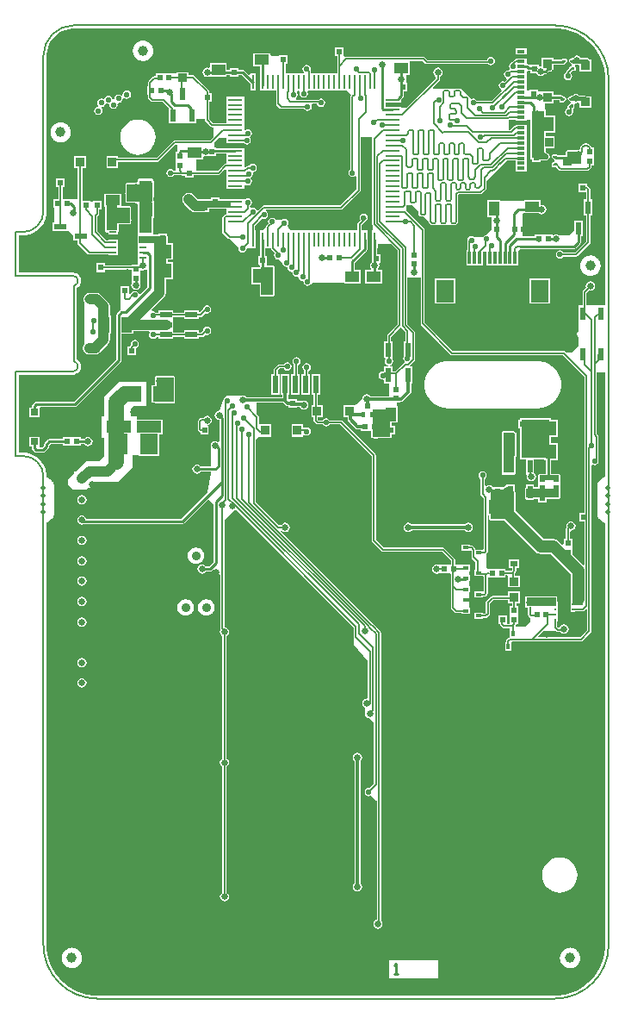
<source format=gtl>
G04 Layer_Physical_Order=1*
G04 Layer_Color=255*
%FSLAX44Y44*%
%MOMM*%
G71*
G01*
G75*
%ADD10R,0.6000X0.5900*%
%ADD11R,0.8000X0.6000*%
%ADD12R,0.6000X1.1500*%
%ADD13R,0.8000X0.3000*%
%ADD14R,0.8000X0.4000*%
%ADD15R,2.6000X3.0000*%
%ADD16R,0.6000X1.8000*%
%ADD17R,0.8500X2.2000*%
%ADD18R,1.2100X0.5900*%
%ADD19R,0.5900X1.2100*%
%ADD20R,0.8001X0.7000*%
%ADD21R,0.5999X1.4001*%
%ADD22R,0.9000X0.9500*%
%ADD23R,1.8001X2.1999*%
%ADD24R,0.3000X1.3000*%
%ADD25R,1.0800X1.4200*%
%ADD26R,1.4200X1.0800*%
%ADD27R,0.9300X0.8900*%
%ADD28R,0.8900X0.9300*%
%ADD29R,0.5900X0.6000*%
%ADD30R,0.1801X0.2301*%
G04:AMPARAMS|DCode=31|XSize=1.8001mm|YSize=1.0399mm|CornerRadius=0.0104mm|HoleSize=0mm|Usage=FLASHONLY|Rotation=270.000|XOffset=0mm|YOffset=0mm|HoleType=Round|Shape=RoundedRectangle|*
%AMROUNDEDRECTD31*
21,1,1.8001,1.0191,0,0,270.0*
21,1,1.7793,1.0399,0,0,270.0*
1,1,0.0208,-0.5095,-0.8897*
1,1,0.0208,-0.5095,0.8897*
1,1,0.0208,0.5095,0.8897*
1,1,0.0208,0.5095,-0.8897*
%
%ADD31ROUNDEDRECTD31*%
%ADD32R,0.7000X0.2499*%
%ADD33R,1.7000X3.3000*%
%ADD34R,1.3000X0.5900*%
%ADD35R,0.5900X1.3000*%
%ADD36R,1.7501X2.0800*%
%ADD37R,2.4501X1.1999*%
%ADD38R,1.0000X1.5001*%
%ADD39R,0.6000X0.3600*%
%ADD40R,0.3600X0.6000*%
%ADD41R,0.2794X1.4732*%
%ADD42R,1.4732X0.2794*%
%ADD43R,0.5001X0.5999*%
%ADD44R,0.4001X0.5999*%
%ADD45C,1.0000*%
%ADD46R,0.1001X0.1001*%
%ADD47P,0.7353X4X90.0*%
%ADD48C,0.1500*%
%ADD49C,0.2500*%
%ADD50C,1.0000*%
%ADD51C,0.2000*%
%ADD52C,1.5000*%
%ADD53C,1.2000*%
%ADD54C,0.4000*%
%ADD55C,0.3000*%
%ADD56R,1.3000X4.6000*%
%ADD57R,1.4000X1.2000*%
%ADD58R,3.8000X0.7000*%
%ADD59R,2.5000X1.7000*%
%ADD60R,2.2000X1.5000*%
%ADD61R,1.7000X2.4000*%
%ADD62R,1.3000X5.2000*%
%ADD63R,1.7000X2.7000*%
%ADD64R,2.7000X0.7000*%
%ADD65R,1.3000X4.1000*%
%ADD66R,1.1000X3.0000*%
%ADD67R,2.9000X0.9000*%
%ADD68R,1.1000X0.8000*%
%ADD69R,2.0000X3.0000*%
%ADD70R,3.2000X0.9000*%
%ADD71R,2.8000X3.8000*%
%ADD72R,1.1000X4.0000*%
%ADD73R,1.9000X0.5000*%
%ADD74R,1.2000X2.8000*%
%ADD75C,0.0000*%
%ADD76O,2.2000X1.0000*%
%ADD77O,1.8000X1.0000*%
%ADD78C,2.4000*%
%ADD79C,0.5000*%
%ADD80C,0.9000*%
%ADD81C,0.6500*%
%ADD82C,0.5500*%
G36*
X524004Y942938D02*
X524949D01*
X528215Y942831D01*
X534740Y941972D01*
X541049Y940282D01*
X547083Y937782D01*
X552739Y934517D01*
X557921Y930540D01*
X562539Y925922D01*
X566515Y920741D01*
X569781Y915084D01*
X572280Y909050D01*
X573971Y902741D01*
X574830Y896216D01*
X574937Y892943D01*
X574937Y892943D01*
X574937Y892922D01*
X574938Y892918D01*
X574938Y892916D01*
X574937Y892915D01*
Y892908D01*
X574937Y892907D01*
X574937Y892889D01*
Y671789D01*
X574000Y671000D01*
X556239D01*
Y683355D01*
X558578Y685695D01*
X560000Y685412D01*
X561756Y685761D01*
X563244Y686756D01*
X564239Y688244D01*
X564588Y690000D01*
X564239Y691756D01*
X563244Y693244D01*
X561756Y694239D01*
X560000Y694588D01*
X558244Y694239D01*
X556756Y693244D01*
X555761Y691756D01*
X555412Y690000D01*
X555695Y688578D01*
X552758Y685642D01*
X552316Y684980D01*
X552161Y684200D01*
Y671000D01*
X548000D01*
Y669750D01*
X547950D01*
Y655750D01*
X548000D01*
Y646164D01*
X547255Y645048D01*
X546847Y643000D01*
X547255Y640952D01*
X548000Y639836D01*
Y631001D01*
X542000Y625001D01*
X535883Y625001D01*
X535442Y625442D01*
X534780Y625884D01*
X534000Y626039D01*
X424845D01*
X397039Y653845D01*
Y745000D01*
X396884Y745780D01*
X396442Y746442D01*
X396442Y746442D01*
X379000Y763884D01*
Y768803D01*
X379039Y769000D01*
X379039Y769000D01*
X385000D01*
X390961Y763039D01*
Y761000D01*
X390961Y761000D01*
X391116Y760220D01*
X391558Y759558D01*
X392558Y758558D01*
X393220Y758116D01*
X394000Y757961D01*
X396039D01*
X400961Y753039D01*
Y753000D01*
X400961Y753000D01*
X401116Y752220D01*
X401558Y751558D01*
X402558Y750558D01*
X403220Y750116D01*
X404000Y749961D01*
X407000D01*
X407197Y750000D01*
X413803D01*
X414000Y749961D01*
X417000D01*
X417197Y750000D01*
X423803D01*
X424000Y749961D01*
X427000D01*
X427780Y750116D01*
X428442Y750558D01*
X429442Y751558D01*
X429442Y751558D01*
X429884Y752220D01*
X430039Y753000D01*
Y763000D01*
X430039Y763000D01*
Y779155D01*
X430845Y779961D01*
X452000D01*
X452780Y780116D01*
X453442Y780558D01*
X457192Y784308D01*
X457192Y784308D01*
X457634Y784970D01*
X457789Y785750D01*
X457789Y785750D01*
Y792789D01*
X478461Y813461D01*
X486750D01*
Y802750D01*
X497250D01*
Y807750D01*
Y817750D01*
Y827750D01*
Y837750D01*
Y848250D01*
X486750D01*
Y847539D01*
X486500D01*
X485720Y847384D01*
X485058Y846942D01*
X481270Y843154D01*
X480000Y843316D01*
Y853000D01*
X480010Y853187D01*
X480192Y853308D01*
X480345Y853461D01*
X486750D01*
Y852750D01*
X497250D01*
Y853000D01*
X500647D01*
Y816000D01*
X501043Y815043D01*
X502000Y814647D01*
X502750D01*
Y811350D01*
X511250D01*
Y813686D01*
X514618D01*
X514951Y813548D01*
X517421D01*
X518378Y813944D01*
X519906Y815472D01*
X520302Y816429D01*
Y817599D01*
X519906Y818555D01*
X519463Y818739D01*
X519292Y819152D01*
X518377Y820065D01*
X516353Y821414D01*
Y825100D01*
X525000D01*
Y836900D01*
X516353D01*
Y840650D01*
X525700D01*
Y857350D01*
X516353D01*
Y862000D01*
X515957Y862957D01*
X515000Y863353D01*
Y869600D01*
X523900D01*
Y872951D01*
X529444D01*
X529598Y872797D01*
Y871901D01*
X529994Y870945D01*
X530951Y870548D01*
X533421D01*
X534378Y870945D01*
X535906Y872472D01*
X536302Y873429D01*
Y874599D01*
X535906Y875555D01*
X534949Y875952D01*
X533653D01*
X532302Y877302D01*
X531475Y877855D01*
X530500Y878049D01*
X523900D01*
Y881000D01*
X512100D01*
Y881000D01*
X509000D01*
X508250Y881750D01*
Y882650D01*
X499750D01*
Y882000D01*
X497250D01*
Y887750D01*
Y900635D01*
X497422Y900859D01*
X498520Y901546D01*
X499000Y901451D01*
X500750D01*
Y899250D01*
X506760D01*
X506761Y899244D01*
X507756Y897756D01*
X509244Y896761D01*
X511000Y896412D01*
X512756Y896761D01*
X514244Y897756D01*
X514709Y898451D01*
X516000D01*
X516976Y898645D01*
X517802Y899198D01*
X519056Y900451D01*
X520000D01*
X520975Y900645D01*
X521802Y901198D01*
X522355Y902025D01*
X522469Y902600D01*
X523900D01*
Y907451D01*
X533000D01*
X533488Y907548D01*
X534421D01*
X535378Y907944D01*
X536906Y909472D01*
X537302Y910429D01*
Y911599D01*
X536906Y912555D01*
X535949Y912952D01*
X531951D01*
X530994Y912555D01*
X530992Y912549D01*
X523900D01*
Y914000D01*
X512100D01*
Y906370D01*
X511118Y905565D01*
X511000Y905588D01*
X510232Y905435D01*
X509250Y906241D01*
Y907650D01*
X500750D01*
Y907650D01*
X499480Y907125D01*
X499302Y907302D01*
X498475Y907855D01*
X497500Y908049D01*
X497250D01*
Y913250D01*
X486750D01*
X486500Y912539D01*
X485720Y912384D01*
X485058Y911942D01*
X482994Y909878D01*
X482439Y909768D01*
X481116Y908884D01*
X480232Y907561D01*
X479922Y906000D01*
X480232Y904439D01*
X480738Y903682D01*
X480733Y903366D01*
X480424Y902227D01*
X480356Y902141D01*
X480058Y901942D01*
X479996Y901880D01*
X479000Y902078D01*
X477439Y901768D01*
X476116Y900884D01*
X475232Y899561D01*
X474922Y898000D01*
X475232Y896439D01*
X476116Y895116D01*
X477439Y894232D01*
X477533Y894213D01*
X477952Y892835D01*
X475755Y890638D01*
X475561Y890768D01*
X474000Y891078D01*
X472439Y890768D01*
X471116Y889884D01*
X470232Y888561D01*
X469922Y887000D01*
X470232Y885439D01*
X471116Y884116D01*
X472439Y883232D01*
X472533Y883213D01*
X472952Y881835D01*
X463155Y872039D01*
X448448D01*
X447884Y872884D01*
X446561Y873768D01*
X445000Y874078D01*
X443439Y873768D01*
X443315Y873685D01*
X433000Y884000D01*
X431197D01*
X431000Y884039D01*
X427000D01*
X427000Y884039D01*
X426803Y884000D01*
X420197D01*
X420000Y884039D01*
X417000D01*
X416803Y884000D01*
X405543D01*
X405057Y885173D01*
X411442Y891558D01*
X411884Y892220D01*
X412039Y893000D01*
Y895950D01*
X413244Y896756D01*
X414239Y898244D01*
X414588Y900000D01*
X414239Y901756D01*
X413244Y903244D01*
X411756Y904239D01*
X410000Y904588D01*
X408244Y904239D01*
X406756Y903244D01*
X405761Y901756D01*
X405412Y900000D01*
X405761Y898244D01*
X406756Y896756D01*
X407961Y895950D01*
Y893845D01*
X379116Y865000D01*
X373832D01*
Y865648D01*
X359000D01*
Y870353D01*
X373832D01*
Y873228D01*
X375802Y875197D01*
X376355Y876024D01*
X376549Y877000D01*
Y880750D01*
X379650D01*
Y889250D01*
X379000D01*
Y897400D01*
X382350D01*
Y910700D01*
X383512Y910961D01*
X395155D01*
X397558Y908558D01*
X397558Y908558D01*
X398220Y908116D01*
X399000Y907961D01*
X399000Y907961D01*
X459349D01*
X460439Y907232D01*
X462000Y906922D01*
X463561Y907232D01*
X464884Y908116D01*
X465768Y909439D01*
X466078Y911000D01*
X465768Y912561D01*
X464884Y913884D01*
X463561Y914768D01*
X462000Y915078D01*
X460439Y914768D01*
X459116Y913884D01*
X458232Y912561D01*
X458128Y912039D01*
X399845D01*
X397442Y914442D01*
X396780Y914884D01*
X396000Y915039D01*
X320000D01*
X320000Y915039D01*
X319220Y914884D01*
X319158Y914843D01*
X317250Y916750D01*
Y924650D01*
X308750D01*
Y916250D01*
X310962D01*
Y906002D01*
Y898833D01*
X285038D01*
Y901001D01*
X285038Y901001D01*
X284883Y901781D01*
X284847Y901836D01*
X285078Y903000D01*
X284768Y904561D01*
X283884Y905884D01*
X282561Y906768D01*
X281000Y907078D01*
X279439Y906768D01*
X278116Y905884D01*
X277232Y904561D01*
X276922Y903000D01*
X277232Y901439D01*
X278116Y900116D01*
X278136Y900103D01*
X277751Y898833D01*
X260040D01*
Y908250D01*
X262250D01*
Y916650D01*
X253750D01*
Y916000D01*
X247000D01*
X245350Y917650D01*
Y918700D01*
X228650D01*
Y905400D01*
X235452D01*
Y898833D01*
X235354D01*
Y881601D01*
X250960D01*
Y869001D01*
X251115Y868220D01*
X251557Y867559D01*
X254558Y864558D01*
X254558Y864558D01*
X255220Y864116D01*
X256000Y863961D01*
X256000Y863961D01*
X278552D01*
X279116Y863116D01*
X280439Y862232D01*
X282000Y861922D01*
X283561Y862232D01*
X284884Y863116D01*
X285768Y864439D01*
X286078Y866000D01*
X285768Y867561D01*
X285681Y867691D01*
X286360Y868961D01*
X291128D01*
X291232Y868439D01*
X292116Y867116D01*
X293439Y866232D01*
X295000Y865922D01*
X296561Y866232D01*
X297884Y867116D01*
X298768Y868439D01*
X299078Y870000D01*
X298768Y871561D01*
X297884Y872884D01*
X296561Y873768D01*
X295000Y874078D01*
X293439Y873768D01*
X292349Y873039D01*
X270515D01*
X270364Y873250D01*
X270674Y874976D01*
X270884Y875116D01*
X271768Y876439D01*
X272078Y878000D01*
X271768Y879561D01*
X271254Y880331D01*
X271923Y881601D01*
X273516D01*
X274186Y880331D01*
X273922Y879000D01*
X274232Y877439D01*
X275116Y876116D01*
X276439Y875232D01*
X278000Y874922D01*
X279561Y875232D01*
X280884Y876116D01*
X281768Y877439D01*
X282078Y879000D01*
X281814Y880331D01*
X282484Y881601D01*
X320399D01*
X324558Y877442D01*
X324116Y876780D01*
X323961Y876000D01*
Y868000D01*
X323961Y867998D01*
Y804448D01*
X323116Y803884D01*
X322232Y802561D01*
X321922Y801000D01*
X322232Y799439D01*
X323116Y798116D01*
X324439Y797232D01*
X326000Y796922D01*
X327561Y797232D01*
X328691Y797987D01*
X329439Y797768D01*
X329961Y797442D01*
Y784845D01*
X314155Y769039D01*
X238717D01*
X237937Y768884D01*
X237276Y768442D01*
X237276Y768442D01*
X232990Y764157D01*
X231976Y764464D01*
X231700Y764662D01*
X230884Y765884D01*
X229561Y766768D01*
X228000Y767078D01*
X226439Y766768D01*
X226309Y766681D01*
X225039Y767360D01*
Y768552D01*
X225884Y769116D01*
X226768Y770439D01*
X227078Y772000D01*
X226768Y773561D01*
X225884Y774884D01*
X224561Y775768D01*
X223000Y776078D01*
X221439Y775768D01*
X220670Y775254D01*
X219400Y775648D01*
Y775648D01*
X202168D01*
Y775353D01*
X195250D01*
Y776650D01*
X186750D01*
Y775353D01*
X173659D01*
X169506Y779506D01*
X167439Y780887D01*
X165000Y781373D01*
X162561Y780887D01*
X160494Y779506D01*
X159113Y777439D01*
X158628Y775000D01*
X159113Y772561D01*
X160494Y770494D01*
X166794Y764194D01*
X168861Y762813D01*
X171300Y762328D01*
X179000D01*
X181439Y762813D01*
X181719Y763000D01*
X184900D01*
Y765647D01*
X202168D01*
Y760177D01*
X200999Y760039D01*
X200219Y759883D01*
X199557Y759441D01*
X198558Y758442D01*
X198116Y757780D01*
X197961Y757000D01*
Y743000D01*
X198116Y742220D01*
X198558Y741558D01*
X203558Y736558D01*
X204220Y736116D01*
X205000Y735961D01*
X205000Y735961D01*
X205039D01*
X213935Y727065D01*
X213922Y727000D01*
X214232Y725439D01*
X215116Y724116D01*
X216439Y723232D01*
X218000Y722922D01*
X219561Y723232D01*
X220884Y724116D01*
X221768Y725439D01*
X222078Y727000D01*
X228000D01*
Y727169D01*
X230648D01*
Y744401D01*
X230040D01*
Y749156D01*
X237245Y756362D01*
X237439Y756232D01*
X239000Y755922D01*
X240561Y756232D01*
X241884Y757116D01*
X242768Y758439D01*
X243078Y760000D01*
X242768Y761561D01*
X241884Y762884D01*
X241674Y763024D01*
X241364Y764750D01*
X241515Y764961D01*
X315000D01*
X315780Y765116D01*
X316442Y765558D01*
X333442Y782558D01*
X333884Y783220D01*
X334039Y784000D01*
X334039Y784000D01*
Y836000D01*
X344569D01*
X344779Y835856D01*
X345507Y834730D01*
X345461Y834500D01*
Y750722D01*
X345616Y749941D01*
X346000Y749367D01*
Y744401D01*
X345353D01*
Y727169D01*
X345451D01*
Y721250D01*
X345250D01*
Y713575D01*
X344756Y713244D01*
X343761Y711756D01*
X343412Y710000D01*
X343761Y708244D01*
X344679Y706870D01*
X344548Y706323D01*
X344199Y705600D01*
X338650D01*
Y692300D01*
X355350D01*
Y705600D01*
X351801D01*
X351452Y706323D01*
X351321Y706870D01*
X352239Y708244D01*
X352588Y710000D01*
X352294Y711480D01*
X352986Y712750D01*
X353650D01*
Y721250D01*
X350549D01*
Y727169D01*
X350647D01*
Y731000D01*
X364338D01*
X370461Y724877D01*
Y652345D01*
X360558Y642442D01*
X360116Y641780D01*
X359961Y641000D01*
Y635750D01*
X357251D01*
Y619249D01*
X357833D01*
X358512Y617979D01*
X358232Y617561D01*
X357922Y616000D01*
X358232Y614439D01*
X359116Y613116D01*
X360439Y612232D01*
X361501Y612021D01*
X361376Y610751D01*
X357251D01*
Y607283D01*
X357169Y606879D01*
X356000Y606078D01*
X354439Y605768D01*
X353116Y604884D01*
X352232Y603561D01*
X351922Y602000D01*
X352232Y600439D01*
X353116Y599116D01*
X354439Y598232D01*
X356000Y597922D01*
X356269Y597975D01*
X357251Y597169D01*
Y594250D01*
X362000D01*
Y581804D01*
X343539D01*
X343244Y582244D01*
X341756Y583239D01*
X340000Y583588D01*
X338244Y583239D01*
X336756Y582244D01*
X335761Y580756D01*
X335514Y579514D01*
X329546Y573546D01*
X328502Y573002D01*
X317002D01*
Y561002D01*
X321196D01*
Y559000D01*
X321410Y557927D01*
X322017Y557017D01*
X329017Y550017D01*
X329927Y549409D01*
X331000Y549196D01*
X334250D01*
Y547750D01*
X342650D01*
Y547750D01*
X343350Y547750D01*
Y547750D01*
X344647D01*
Y542000D01*
X345043Y541043D01*
X346000Y540647D01*
X346818D01*
X347439Y540232D01*
X349000Y539922D01*
X350561Y540232D01*
X351182Y540647D01*
X363000D01*
X363957Y541043D01*
X364353Y542000D01*
Y543750D01*
X367650D01*
Y552250D01*
X364353D01*
Y555650D01*
X370700D01*
Y572350D01*
X370000D01*
Y575250D01*
X373250D01*
Y576196D01*
X374000D01*
X375073Y576410D01*
X375983Y577017D01*
X382983Y584017D01*
X383590Y584927D01*
X383804Y586000D01*
Y594250D01*
X384749D01*
Y610751D01*
X383148D01*
X382622Y612021D01*
X386941Y616340D01*
X386941Y616340D01*
X387383Y617001D01*
X387538Y617782D01*
Y644390D01*
X387539Y644390D01*
X387383Y645170D01*
X386941Y645832D01*
X386941Y645832D01*
X380039Y652734D01*
Y698000D01*
X392961D01*
Y653000D01*
X393116Y652220D01*
X393558Y651558D01*
X422558Y622558D01*
X422558Y622558D01*
X423220Y622116D01*
X424000Y621961D01*
X533155D01*
X553961Y601155D01*
Y467250D01*
X549350D01*
Y458750D01*
X553961D01*
Y416177D01*
X552691Y415651D01*
X542250Y426091D01*
Y432080D01*
X542250Y432650D01*
X542250D01*
X542250Y433350D01*
X542250D01*
Y441750D01*
X540039D01*
Y448623D01*
X541000Y449412D01*
X542756Y449761D01*
X544244Y450756D01*
X545239Y452244D01*
X545588Y454000D01*
X545239Y455756D01*
X544244Y457244D01*
X542756Y458239D01*
X541000Y458588D01*
X539244Y458239D01*
X537756Y457244D01*
X536761Y455756D01*
X536412Y454000D01*
X536531Y453401D01*
X536116Y452780D01*
X535961Y452000D01*
Y441750D01*
X533750D01*
Y436251D01*
X532577Y435765D01*
X529171Y439171D01*
X527656Y440333D01*
X525893Y441063D01*
X524000Y441313D01*
X514029D01*
X486313Y469029D01*
Y487000D01*
X486063Y488893D01*
X485699Y489772D01*
Y494752D01*
X477299D01*
Y494089D01*
X477107Y494063D01*
X475344Y493333D01*
X474504Y492688D01*
X473250Y492650D01*
Y492650D01*
X464750D01*
Y492650D01*
X463542Y492799D01*
X463244Y493244D01*
X461756Y494239D01*
X460000Y494588D01*
X458244Y494239D01*
X457309Y493614D01*
X456039Y494284D01*
Y500552D01*
X456884Y501116D01*
X457768Y502439D01*
X458078Y504000D01*
X457768Y505561D01*
X456884Y506884D01*
X455561Y507768D01*
X454000Y508078D01*
X452439Y507768D01*
X451116Y506884D01*
X450232Y505561D01*
X449922Y504000D01*
X450232Y502439D01*
X451116Y501116D01*
X451961Y500552D01*
Y485330D01*
X452116Y484549D01*
X452558Y483888D01*
X454961Y481485D01*
Y464671D01*
X454961Y464670D01*
Y432233D01*
X454750Y431050D01*
X447029D01*
X446884Y431780D01*
X446442Y432442D01*
X444441Y434443D01*
X443779Y434885D01*
X442999Y435041D01*
X441750D01*
Y436051D01*
X433250D01*
Y429951D01*
X441750D01*
X441750Y429951D01*
X442961Y429808D01*
Y424000D01*
X443116Y423220D01*
X443558Y422558D01*
X446961Y419155D01*
Y411050D01*
X446250D01*
Y404950D01*
X454750D01*
X454961Y403767D01*
Y391233D01*
X454750Y390050D01*
X446250D01*
Y383950D01*
X454750D01*
Y384961D01*
X456000D01*
X456780Y385116D01*
X457442Y385558D01*
X458442Y386558D01*
X458884Y387220D01*
X459039Y388000D01*
Y402567D01*
X459250Y403750D01*
X467080D01*
X467650Y403750D01*
X468920Y403750D01*
X476750D01*
Y405961D01*
X478062D01*
X479100Y405400D01*
Y394000D01*
X490900D01*
Y405400D01*
X486039D01*
Y407000D01*
X486039Y407000D01*
X486039Y407000D01*
Y408155D01*
X486442Y408558D01*
X486442Y408558D01*
X486884Y409220D01*
X487039Y410000D01*
X487039Y410000D01*
Y413250D01*
X490250D01*
Y421750D01*
X479750D01*
Y413250D01*
X482961D01*
Y410845D01*
X482558Y410442D01*
X482289Y410039D01*
X476750D01*
Y412250D01*
X468920D01*
X468350Y412250D01*
X467080Y412250D01*
X459750D01*
X458000Y414000D01*
Y427000D01*
X458442Y427558D01*
X458884Y428220D01*
X459039Y429000D01*
X459039Y429000D01*
Y464650D01*
X460647D01*
Y461000D01*
X461043Y460043D01*
X462000Y459647D01*
X475011D01*
X505829Y428829D01*
X507344Y427667D01*
X507650Y427540D01*
Y427300D01*
X508230D01*
X509107Y426937D01*
X511000Y426687D01*
X520971D01*
X528604Y419054D01*
X540687Y406971D01*
Y384098D01*
X540647Y384000D01*
Y379901D01*
X540348D01*
Y375100D01*
X540348D01*
X540348Y374900D01*
X540348Y374900D01*
Y370099D01*
X544649D01*
Y370460D01*
X552499D01*
X553280Y370615D01*
X553941Y371057D01*
X555537Y372654D01*
X556711Y372168D01*
Y351595D01*
X549905Y344789D01*
X509332D01*
X508846Y345962D01*
X513884Y351000D01*
X526116D01*
X526558Y350558D01*
X526558Y350558D01*
X527220Y350116D01*
X528000Y349961D01*
X530619D01*
X530756Y349756D01*
X532244Y348761D01*
X534000Y348412D01*
X535756Y348761D01*
X537244Y349756D01*
X538239Y351244D01*
X538588Y353000D01*
X538239Y354756D01*
X537244Y356244D01*
X535756Y357239D01*
X534000Y357588D01*
X532244Y357239D01*
X530756Y356244D01*
X529796Y354808D01*
X529708Y354745D01*
X528410Y354474D01*
X527540Y355344D01*
Y360099D01*
X527652D01*
Y364900D01*
X527652D01*
Y365100D01*
X527652D01*
Y369901D01*
X527652D01*
Y370099D01*
X527652D01*
Y374900D01*
X527652Y374900D01*
Y375100D01*
X527652D01*
X527652Y376170D01*
Y379901D01*
X527353D01*
Y384000D01*
X526957Y384957D01*
X526000Y385353D01*
X497000D01*
X496043Y384957D01*
X495647Y384000D01*
Y380182D01*
X495412Y379000D01*
X495647Y377818D01*
Y375000D01*
X496043Y374043D01*
X497000Y373647D01*
X498706D01*
Y367000D01*
X498881Y366122D01*
X499378Y365378D01*
X500378Y364378D01*
X501000Y363962D01*
Y360000D01*
X496000Y355000D01*
X486660D01*
X486154Y356270D01*
X486442Y356558D01*
X486884Y357220D01*
X487039Y358000D01*
Y358250D01*
X489250D01*
Y366080D01*
X489250Y366650D01*
X489250Y367920D01*
Y375750D01*
X487039D01*
Y378600D01*
X490900D01*
Y390000D01*
X479100D01*
Y385540D01*
X463501D01*
X462721Y385385D01*
X462059Y384943D01*
X457558Y380442D01*
X457116Y379780D01*
X456961Y379000D01*
Y368845D01*
X456155Y368039D01*
X454750D01*
Y369050D01*
X446250D01*
Y362950D01*
X454750D01*
Y363961D01*
X457000D01*
X457780Y364116D01*
X458442Y364558D01*
X460442Y366558D01*
X460884Y367220D01*
X461039Y368000D01*
Y378155D01*
X464346Y381462D01*
X479100D01*
Y378600D01*
X482961D01*
Y375750D01*
X480750D01*
Y367920D01*
X480750Y367350D01*
X480750Y366080D01*
Y358250D01*
X479567Y358039D01*
X479433D01*
X478250Y358250D01*
Y366650D01*
X469750D01*
Y358250D01*
X470961D01*
Y358000D01*
X471116Y357220D01*
X471558Y356558D01*
X473558Y354558D01*
X474220Y354116D01*
X475000Y353961D01*
X480808D01*
X480951Y352750D01*
X480951D01*
Y346026D01*
X480750Y344789D01*
X479970Y344634D01*
X479308Y344192D01*
X479308Y344192D01*
X477558Y342442D01*
X477116Y341780D01*
X476961Y341000D01*
Y339750D01*
X475950D01*
Y331250D01*
X482050D01*
Y339750D01*
X482797Y340711D01*
X550750D01*
X551530Y340866D01*
X552192Y341308D01*
X560192Y349308D01*
X560192Y349308D01*
X560634Y349970D01*
X560789Y350750D01*
X560789Y350750D01*
Y513807D01*
X562059Y514486D01*
X562439Y514232D01*
X564000Y513922D01*
X565561Y514232D01*
X566884Y515116D01*
X567768Y516439D01*
X567798Y516591D01*
X567884Y516720D01*
X568039Y517500D01*
X568039Y517500D01*
Y517803D01*
X568078Y518000D01*
X568039Y518197D01*
Y542000D01*
X567884Y542780D01*
X567442Y543442D01*
X567442Y543442D01*
X566239Y544645D01*
Y605000D01*
X574937D01*
Y502965D01*
X573164Y502114D01*
X569164Y499114D01*
X568859Y498774D01*
X568480Y498520D01*
X568034Y497854D01*
X567499Y497257D01*
X567347Y496826D01*
X567094Y496446D01*
X566937Y495660D01*
X566671Y494904D01*
X566696Y494448D01*
X566607Y494000D01*
Y466000D01*
X566696Y465552D01*
X566671Y465096D01*
X566937Y464340D01*
X567094Y463554D01*
X567347Y463174D01*
X567499Y462743D01*
X568034Y462146D01*
X568480Y461480D01*
X568859Y461226D01*
X569164Y460886D01*
X573164Y457886D01*
X574937Y457035D01*
Y43111D01*
X574937Y43093D01*
X574937Y43092D01*
Y43085D01*
X574938Y43084D01*
X574938Y43082D01*
X574937Y43079D01*
X574937Y43057D01*
X574937Y43057D01*
X574830Y39784D01*
X573971Y33259D01*
X572280Y26950D01*
X569781Y20916D01*
X566515Y15260D01*
X562539Y10078D01*
X557921Y5459D01*
X552739Y1484D01*
X547083Y-1782D01*
X541049Y-4281D01*
X534740Y-5972D01*
X528215Y-6831D01*
X524949Y-6938D01*
X524004D01*
X523986Y-6941D01*
X76018D01*
X76000Y-6938D01*
X75055D01*
X71789Y-6831D01*
X65264Y-5972D01*
X58955Y-4281D01*
X52921Y-1782D01*
X47264Y1484D01*
X42083Y5460D01*
X37464Y10078D01*
X33489Y15260D01*
X30223Y20916D01*
X27724Y26950D01*
X26033Y33259D01*
X25174Y39784D01*
X25067Y43057D01*
X25067Y43057D01*
X25067Y43079D01*
X25066Y43082D01*
X25066Y43084D01*
X25066Y43085D01*
Y43092D01*
X25067Y43093D01*
X25066Y43109D01*
Y457517D01*
X25836Y457886D01*
X29836Y460886D01*
X30141Y461226D01*
X30520Y461480D01*
X30966Y462146D01*
X31501Y462743D01*
X31653Y463174D01*
X31906Y463554D01*
X32063Y464340D01*
X32329Y465096D01*
X32304Y465552D01*
X32393Y466000D01*
Y494000D01*
X32304Y494448D01*
X32329Y494904D01*
X32063Y495660D01*
X31906Y496446D01*
X31653Y496826D01*
X31501Y497257D01*
X30966Y497854D01*
X30520Y498520D01*
X30141Y498774D01*
X29836Y499114D01*
X25836Y502114D01*
X25063Y502485D01*
Y502907D01*
X25063Y502921D01*
X25063Y502922D01*
Y502926D01*
X25062Y502928D01*
X25063Y502930D01*
X25063Y502948D01*
X25062Y502954D01*
X25063Y502961D01*
X25063Y502979D01*
X25062Y502986D01*
X25063Y502992D01*
Y504972D01*
X25004Y505267D01*
Y505568D01*
X24236Y509433D01*
X24120Y509711D01*
X24062Y510007D01*
X22554Y513647D01*
X22386Y513898D01*
X22271Y514176D01*
X20082Y517452D01*
X19869Y517665D01*
X19701Y517916D01*
X16915Y520702D01*
X16665Y520869D01*
X16452Y521082D01*
X13175Y523272D01*
X12897Y523387D01*
X12646Y523554D01*
X9006Y525062D01*
X8711Y525121D01*
X8432Y525236D01*
X4568Y526005D01*
X4266D01*
X3971Y526064D01*
X1987D01*
X1977Y526062D01*
X1967Y526064D01*
X1939Y526064D01*
X1932Y526062D01*
X1925Y526063D01*
X1897Y526063D01*
X1892Y526062D01*
X1889Y526063D01*
X1883D01*
X1881Y526063D01*
X1859Y526063D01*
X-1937D01*
Y602742D01*
X51000D01*
X51981Y602937D01*
X51995D01*
X53166Y603170D01*
X55005Y603932D01*
X55997Y604595D01*
X57405Y606003D01*
X58068Y606995D01*
X58830Y608834D01*
X59063Y610005D01*
Y611865D01*
X58961Y612376D01*
X58885Y612891D01*
X58305Y614520D01*
X58038Y614967D01*
X57793Y615427D01*
X56700Y616767D01*
X56298Y617099D01*
X55914Y617450D01*
X55097Y617944D01*
X55063Y682762D01*
Y688035D01*
X55914Y688550D01*
X56298Y688901D01*
X56700Y689233D01*
X57793Y690573D01*
X58038Y691033D01*
X58305Y691480D01*
X58885Y693109D01*
X58961Y693624D01*
X59063Y694135D01*
Y695995D01*
X58830Y697166D01*
X58068Y699005D01*
X57405Y699997D01*
X55997Y701405D01*
X55005Y702068D01*
X53166Y702830D01*
X51995Y703063D01*
X-1937D01*
Y739937D01*
X2012D01*
X2019Y739939D01*
X2025Y739938D01*
X2050Y739938D01*
X2059Y739939D01*
X2069Y739938D01*
X2093Y739938D01*
X2100Y739939D01*
X2106Y739938D01*
X2131Y739938D01*
X2131Y739939D01*
X4078Y739948D01*
X4372Y740008D01*
X4673Y740009D01*
X8522Y740792D01*
X8799Y740908D01*
X9093Y740968D01*
X12716Y742485D01*
X12966Y742653D01*
X13243Y742768D01*
X16502Y744961D01*
X16714Y745173D01*
X16963Y745341D01*
X19734Y748125D01*
X19900Y748375D01*
X20112Y748588D01*
X22288Y751858D01*
X22403Y752136D01*
X22569Y752386D01*
X24068Y756017D01*
X24126Y756311D01*
X24241Y756589D01*
X25005Y760442D01*
X25004Y760742D01*
X25063Y761037D01*
Y763010D01*
X25062Y763016D01*
X25063Y763023D01*
X25063Y763041D01*
X25062Y763047D01*
X25063Y763054D01*
X25063Y763072D01*
X25062Y763074D01*
X25063Y763075D01*
Y763080D01*
X25063Y763081D01*
X25063Y763095D01*
Y915936D01*
X25121Y917712D01*
X25587Y921254D01*
X26499Y924657D01*
X27847Y927911D01*
X29608Y930962D01*
X31753Y933757D01*
X34244Y936248D01*
X37039Y938392D01*
X40089Y940154D01*
X43344Y941502D01*
X46747Y942414D01*
X50289Y942880D01*
X52051Y942938D01*
X52996D01*
X53015Y942942D01*
X523986D01*
X524004Y942938D01*
D02*
G37*
G36*
X534949Y873429D02*
X533421Y871901D01*
X530951D01*
Y874599D01*
X534949D01*
Y873429D01*
D02*
G37*
G36*
X518949Y816429D02*
X517421Y814901D01*
X514951D01*
Y817599D01*
X518949D01*
Y816429D01*
D02*
G37*
G36*
X535949Y910429D02*
X534421Y908901D01*
X531951D01*
Y911599D01*
X535949D01*
Y910429D01*
D02*
G37*
G36*
X373808Y649308D02*
X377961Y645155D01*
Y635750D01*
X376250D01*
Y620587D01*
X376232Y620561D01*
X375922Y619000D01*
X376232Y617439D01*
X377116Y616116D01*
X377119Y616114D01*
X377188Y615803D01*
X377032Y614645D01*
X376729Y614442D01*
X376729Y614442D01*
X368326Y606039D01*
X365750D01*
Y610751D01*
X362624D01*
X362499Y612021D01*
X363561Y612232D01*
X364884Y613116D01*
X365768Y614439D01*
X366078Y616000D01*
X365768Y617561D01*
X365488Y617979D01*
X365750Y619249D01*
X365750D01*
X365750Y619249D01*
Y635750D01*
X364039D01*
Y640155D01*
X373247Y649363D01*
X373808Y649308D01*
D02*
G37*
%LPC*%
G36*
X520000Y560353D02*
X492000D01*
X491043Y559957D01*
X490647Y559000D01*
Y558250D01*
X489350D01*
Y549750D01*
X490647D01*
Y521000D01*
X491043Y520043D01*
X492000Y519647D01*
X496299D01*
Y505252D01*
X496681D01*
X497607Y503982D01*
X497412Y503000D01*
X497761Y501244D01*
X498756Y499756D01*
X500244Y498761D01*
X502000Y498412D01*
X503756Y498761D01*
X505244Y499756D01*
X506239Y501244D01*
X506588Y503000D01*
X506239Y504756D01*
X505244Y506244D01*
X504699Y506609D01*
Y519647D01*
X514400D01*
Y518650D01*
X516451D01*
Y505353D01*
X510000D01*
X509043Y504957D01*
X508958Y504750D01*
X508750D01*
Y504249D01*
X508647Y504000D01*
Y499000D01*
X508750Y498751D01*
X508750Y496350D01*
X508750Y495080D01*
Y492353D01*
X504699D01*
Y494752D01*
X496299D01*
Y492063D01*
X496043Y491957D01*
X495647Y491000D01*
Y482000D01*
X496043Y481043D01*
X496299Y480937D01*
Y480151D01*
X504699D01*
Y480647D01*
X508750D01*
Y477350D01*
X517250D01*
Y480647D01*
X529000D01*
X529957Y481043D01*
X530353Y482000D01*
Y491000D01*
X530250Y491249D01*
Y495080D01*
X530250Y495650D01*
X530250Y496920D01*
Y498751D01*
X530353Y499000D01*
Y504000D01*
X530250Y504249D01*
Y504750D01*
X530042D01*
X529957Y504957D01*
X529000Y505353D01*
X521549D01*
Y518650D01*
X527700D01*
Y535350D01*
X521353D01*
Y541650D01*
X527700D01*
Y558350D01*
X521353D01*
Y559000D01*
X520957Y559957D01*
X520000Y560353D01*
D02*
G37*
G36*
X485000Y547353D02*
X474000D01*
X473043Y546957D01*
X472647Y546000D01*
Y506000D01*
X473043Y505043D01*
X474000Y504647D01*
X485000D01*
X485957Y505043D01*
X486353Y506000D01*
Y521750D01*
X487250D01*
Y546250D01*
X486249D01*
X485957Y546957D01*
X485000Y547353D01*
D02*
G37*
G36*
X146000Y601588D02*
X144818Y601353D01*
X137182D01*
X136000Y601588D01*
X134818Y601353D01*
X133000D01*
X132043Y600957D01*
X131647Y600000D01*
Y598182D01*
X131412Y597000D01*
X131647Y595818D01*
Y592751D01*
X128751D01*
Y575249D01*
X131958D01*
X132043Y575043D01*
X133000Y574647D01*
X150000D01*
X150957Y575043D01*
X151353Y576000D01*
Y600000D01*
X150957Y600957D01*
X150000Y601353D01*
X147182D01*
X146000Y601588D01*
D02*
G37*
G36*
X60000Y444588D02*
X58244Y444239D01*
X56756Y443244D01*
X55761Y441756D01*
X55412Y440000D01*
X55761Y438244D01*
X56756Y436756D01*
X58244Y435761D01*
X60000Y435412D01*
X61756Y435761D01*
X63244Y436756D01*
X64239Y438244D01*
X64588Y440000D01*
X64239Y441756D01*
X63244Y443244D01*
X61756Y444239D01*
X60000Y444588D01*
D02*
G37*
G36*
X440000Y457588D02*
X438244Y457239D01*
X436756Y456244D01*
X436461Y455804D01*
X384539D01*
X384244Y456244D01*
X382756Y457239D01*
X381000Y457588D01*
X379244Y457239D01*
X377756Y456244D01*
X376761Y454756D01*
X376412Y453000D01*
X376761Y451244D01*
X377756Y449756D01*
X379244Y448761D01*
X381000Y448412D01*
X382756Y448761D01*
X384244Y449756D01*
X384539Y450196D01*
X436461D01*
X436756Y449756D01*
X438244Y448761D01*
X440000Y448412D01*
X441756Y448761D01*
X443244Y449756D01*
X444239Y451244D01*
X444588Y453000D01*
X444239Y454756D01*
X443244Y456244D01*
X441756Y457239D01*
X440000Y457588D01*
D02*
G37*
G36*
X60000Y484588D02*
X58244Y484239D01*
X56756Y483244D01*
X55761Y481756D01*
X55412Y480000D01*
X55761Y478244D01*
X56756Y476756D01*
X58244Y475761D01*
X60000Y475412D01*
X61756Y475761D01*
X63244Y476756D01*
X64239Y478244D01*
X64588Y480000D01*
X64239Y481756D01*
X63244Y483244D01*
X61756Y484239D01*
X60000Y484588D01*
D02*
G37*
G36*
X183000Y562588D02*
X181244Y562239D01*
X179756Y561244D01*
X179284Y560539D01*
X177500D01*
X176720Y560384D01*
X176058Y559942D01*
X176058Y559942D01*
X174558Y558442D01*
X174116Y557780D01*
X173961Y557000D01*
Y549000D01*
X174116Y548220D01*
X174558Y547558D01*
X175558Y546558D01*
X176220Y546116D01*
X176250Y546110D01*
Y543750D01*
X184650D01*
Y552250D01*
X183638Y552562D01*
X183638Y552562D01*
X183638D01*
X183544Y553520D01*
X183675Y553546D01*
X184756Y553761D01*
X186244Y554756D01*
X187239Y556244D01*
X187588Y558000D01*
X187239Y559756D01*
X186244Y561244D01*
X184756Y562239D01*
X183000Y562588D01*
D02*
G37*
G36*
X264251Y603250D02*
X255751D01*
Y582750D01*
X257196D01*
Y581161D01*
X256839Y580804D01*
X221987D01*
X221426Y580972D01*
X221244Y581244D01*
X219756Y582239D01*
X218000Y582588D01*
X216244Y582239D01*
X215887Y582000D01*
X202000D01*
X200000Y580000D01*
X199778Y579377D01*
X199232Y578561D01*
X198922Y577000D01*
X198924Y576987D01*
X195530Y567483D01*
X195000Y567588D01*
X193244Y567239D01*
X191756Y566244D01*
X190761Y564756D01*
X190412Y563000D01*
X190761Y561244D01*
X191756Y559756D01*
X193244Y558761D01*
X195000Y558412D01*
X195000Y557142D01*
X195000Y538000D01*
X193252Y536908D01*
X192756Y537239D01*
X191000Y537588D01*
X189244Y537239D01*
X187756Y536244D01*
X186761Y534756D01*
X186412Y533000D01*
X186761Y531244D01*
X187000Y530887D01*
Y512549D01*
X176709D01*
X176244Y513244D01*
X174756Y514239D01*
X173000Y514588D01*
X171244Y514239D01*
X169756Y513244D01*
X168761Y511756D01*
X168412Y510000D01*
X168761Y508244D01*
X169756Y506756D01*
X171244Y505761D01*
X173000Y505412D01*
X174756Y505761D01*
X176244Y506756D01*
X176709Y507451D01*
X187000D01*
Y506000D01*
X183579Y487184D01*
X157944Y461549D01*
X150000D01*
X149702Y461490D01*
X64292D01*
X64239Y461756D01*
X63244Y463244D01*
X61756Y464239D01*
X60000Y464588D01*
X58244Y464239D01*
X56756Y463244D01*
X55761Y461756D01*
X55412Y460000D01*
X55761Y458244D01*
X56756Y456756D01*
X58244Y455761D01*
X60000Y455412D01*
X61756Y455761D01*
X62700Y456392D01*
X150000D01*
X150298Y456451D01*
X159000D01*
X159976Y456645D01*
X160802Y457198D01*
X184302Y480698D01*
X189451Y475549D01*
Y419056D01*
X184944Y414549D01*
X181709D01*
X181244Y415244D01*
X179756Y416239D01*
X178000Y416588D01*
X176244Y416239D01*
X174756Y415244D01*
X173761Y413756D01*
X173412Y412000D01*
X173761Y410244D01*
X174756Y408756D01*
X176244Y407761D01*
X178000Y407412D01*
X179756Y407761D01*
X181244Y408756D01*
X181709Y409451D01*
X186000D01*
X186975Y409645D01*
X187802Y410198D01*
X189329Y411725D01*
X195961Y405817D01*
Y354000D01*
X196116Y353220D01*
X196428Y352753D01*
X195761Y351756D01*
X195412Y350000D01*
X195761Y348244D01*
X196756Y346756D01*
X197961Y345950D01*
Y226050D01*
X196756Y225244D01*
X195761Y223756D01*
X195412Y222000D01*
X195761Y220244D01*
X196756Y218756D01*
X197961Y217950D01*
Y94050D01*
X196756Y93244D01*
X195761Y91756D01*
X195412Y90000D01*
X195761Y88244D01*
X196756Y86756D01*
X198244Y85761D01*
X200000Y85412D01*
X201756Y85761D01*
X203244Y86756D01*
X204239Y88244D01*
X204588Y90000D01*
X204239Y91756D01*
X203244Y93244D01*
X202039Y94050D01*
Y217950D01*
X203244Y218756D01*
X204239Y220244D01*
X204588Y222000D01*
X204239Y223756D01*
X203244Y225244D01*
X202039Y226050D01*
Y345950D01*
X203244Y346756D01*
X204239Y348244D01*
X204588Y350000D01*
X204239Y351756D01*
X203244Y353244D01*
X201756Y354239D01*
X200369Y354515D01*
X200039Y354845D01*
Y460039D01*
X209772Y469772D01*
X211244Y470756D01*
X211350Y470766D01*
X327211Y354905D01*
Y350087D01*
X327000Y350000D01*
X327000Y350000D01*
Y338000D01*
X341211Y321125D01*
Y285642D01*
X340000Y284588D01*
X338244Y284239D01*
X336756Y283244D01*
X335761Y281756D01*
X335412Y280000D01*
X335761Y278244D01*
X336756Y276756D01*
X338000Y275924D01*
Y270000D01*
X338514Y269486D01*
X338761Y268244D01*
X339756Y266756D01*
X341244Y265761D01*
X342486Y265514D01*
X346961Y261039D01*
Y200845D01*
X342996Y196880D01*
X342000Y197078D01*
X340439Y196768D01*
X339116Y195884D01*
X338232Y194561D01*
X337922Y193000D01*
X338232Y191439D01*
X339116Y190116D01*
X340439Y189232D01*
X342000Y188922D01*
X343561Y189232D01*
X343685Y189315D01*
X349000Y184000D01*
X349961D01*
Y67845D01*
X349383Y67267D01*
X349244Y67239D01*
X347756Y66244D01*
X346761Y64756D01*
X346412Y63000D01*
X346761Y61244D01*
X347756Y59756D01*
X349244Y58761D01*
X351000Y58412D01*
X352756Y58761D01*
X354244Y59756D01*
X355239Y61244D01*
X355588Y63000D01*
X355239Y64756D01*
X354244Y66244D01*
X353931Y66454D01*
X354039Y67000D01*
Y349556D01*
X353884Y350337D01*
X353442Y350998D01*
X353442Y350998D01*
X348043Y356397D01*
X347942Y356549D01*
X345064Y359426D01*
X344942Y359609D01*
X255568Y448983D01*
X256041Y450306D01*
X256366Y450338D01*
X256756Y449756D01*
X258244Y448761D01*
X260000Y448412D01*
X261756Y448761D01*
X263244Y449756D01*
X264239Y451244D01*
X264588Y453000D01*
X264239Y454756D01*
X263244Y456244D01*
X261756Y457239D01*
X260000Y457588D01*
X258244Y457239D01*
X256756Y456244D01*
X255950Y455039D01*
X253401D01*
X231039Y477401D01*
Y539039D01*
X233451Y541451D01*
X234498Y541998D01*
Y541998D01*
X234498Y541998D01*
X245998D01*
Y553998D01*
X234498D01*
X234039Y555078D01*
Y560998D01*
X233884Y561779D01*
X233442Y562440D01*
X233442Y562440D01*
X232000Y563882D01*
Y575000D01*
X232081Y575196D01*
X257898D01*
X258017Y575017D01*
X260467Y572567D01*
X261377Y571960D01*
X262450Y571746D01*
X262750D01*
Y570350D01*
X271250D01*
Y571196D01*
X273793D01*
X274756Y569756D01*
X276244Y568761D01*
X278000Y568412D01*
X279756Y568761D01*
X281244Y569756D01*
X282239Y571244D01*
X282588Y573000D01*
X282239Y574756D01*
X281244Y576244D01*
X279756Y577239D01*
X278000Y577588D01*
X276244Y577239D01*
X275593Y576804D01*
X271250D01*
Y578750D01*
X262804D01*
Y582750D01*
X264251D01*
Y603250D01*
D02*
G37*
G36*
X271000Y620078D02*
X269439Y619768D01*
X268116Y618884D01*
X267232Y617561D01*
X266922Y616000D01*
X267232Y614439D01*
X268116Y613116D01*
X268359Y612954D01*
Y603250D01*
X265751D01*
Y582750D01*
X274251D01*
Y603250D01*
X272437D01*
Y612208D01*
X272561Y612232D01*
X273884Y613116D01*
X274768Y614439D01*
X275078Y616000D01*
X274768Y617561D01*
X273884Y618884D01*
X272561Y619768D01*
X271000Y620078D01*
D02*
G37*
G36*
X277498Y553998D02*
X265998D01*
Y541998D01*
X277498D01*
Y543002D01*
X278768Y543680D01*
X279439Y543232D01*
X281000Y542922D01*
X282561Y543232D01*
X283884Y544116D01*
X284768Y545439D01*
X285078Y547000D01*
X284768Y548561D01*
X283884Y549884D01*
X282561Y550768D01*
X281000Y551078D01*
X279439Y550768D01*
X278768Y550320D01*
X277498Y550881D01*
Y553998D01*
D02*
G37*
G36*
X123000Y596000D02*
X97000D01*
X82000Y581000D01*
Y562000D01*
X79000D01*
Y541000D01*
X82000D01*
Y523000D01*
X77000Y518000D01*
X64000D01*
X54000Y508000D01*
X52000D01*
Y506000D01*
X46000Y500000D01*
Y495000D01*
X51000Y490000D01*
X64000D01*
X66000Y492000D01*
X68000D01*
Y494000D01*
X72000Y498000D01*
X96000D01*
X110000Y512000D01*
Y524000D01*
X115999D01*
Y523350D01*
X135999D01*
Y544149D01*
X139500D01*
Y558648D01*
X114000D01*
Y562000D01*
X108000D01*
Y569000D01*
X111000Y572000D01*
X123000D01*
Y596000D01*
D02*
G37*
G36*
X18372Y541749D02*
X7871D01*
Y532249D01*
X10451D01*
Y531000D01*
X10645Y530024D01*
X11198Y529198D01*
X13198Y527198D01*
X14024Y526645D01*
X15000Y526451D01*
X22000D01*
X22975Y526645D01*
X23802Y527198D01*
X26802Y530198D01*
X27355Y531025D01*
X27549Y532000D01*
Y532944D01*
X29056Y534451D01*
X41250D01*
Y532750D01*
X49080D01*
X49650Y532750D01*
X50920Y532750D01*
X58750D01*
Y534451D01*
X62291D01*
X62756Y533756D01*
X64244Y532761D01*
X66000Y532412D01*
X67756Y532761D01*
X69244Y533756D01*
X70239Y535244D01*
X70588Y537000D01*
X70239Y538756D01*
X69244Y540244D01*
X67756Y541239D01*
X66000Y541588D01*
X64244Y541239D01*
X62756Y540244D01*
X62291Y539549D01*
X58750D01*
Y541250D01*
X50920D01*
X50350Y541250D01*
X49080Y541250D01*
X41250D01*
Y539549D01*
X28000D01*
X27025Y539355D01*
X26198Y538802D01*
X23198Y535802D01*
X22645Y534976D01*
X22451Y534000D01*
Y533056D01*
X20944Y531549D01*
X19352D01*
X18372Y532249D01*
Y541749D01*
D02*
G37*
G36*
X281000Y614078D02*
X279439Y613768D01*
X278116Y612884D01*
X277232Y611561D01*
X276922Y610000D01*
X277232Y608439D01*
X278116Y607116D01*
X278361Y606952D01*
Y603250D01*
X275751D01*
Y582750D01*
X284251D01*
Y603250D01*
X282440D01*
Y606208D01*
X282561Y606232D01*
X283884Y607116D01*
X284768Y608439D01*
X285078Y610000D01*
X284768Y611561D01*
X283884Y612884D01*
X282561Y613768D01*
X281000Y614078D01*
D02*
G37*
G36*
X331000Y231588D02*
X329244Y231239D01*
X327756Y230244D01*
X326761Y228756D01*
X326412Y227000D01*
X326761Y225244D01*
X327756Y223756D01*
X328196Y223461D01*
Y103539D01*
X327756Y103244D01*
X326761Y101756D01*
X326412Y100000D01*
X326761Y98244D01*
X327756Y96756D01*
X329244Y95761D01*
X331000Y95412D01*
X332756Y95761D01*
X334244Y96756D01*
X335239Y98244D01*
X335588Y100000D01*
X335239Y101756D01*
X334244Y103244D01*
X333804Y103539D01*
Y223461D01*
X334244Y223756D01*
X335239Y225244D01*
X335588Y227000D01*
X335239Y228756D01*
X334244Y230244D01*
X332756Y231239D01*
X331000Y231588D01*
D02*
G37*
G36*
X60000Y304588D02*
X58244Y304239D01*
X56756Y303244D01*
X55761Y301756D01*
X55412Y300000D01*
X55761Y298244D01*
X56756Y296756D01*
X58244Y295761D01*
X60000Y295412D01*
X61756Y295761D01*
X63244Y296756D01*
X64239Y298244D01*
X64588Y300000D01*
X64239Y301756D01*
X63244Y303244D01*
X61756Y304239D01*
X60000Y304588D01*
D02*
G37*
G36*
Y324588D02*
X58244Y324239D01*
X56756Y323244D01*
X55761Y321756D01*
X55412Y320000D01*
X55761Y318244D01*
X56756Y316756D01*
X58244Y315761D01*
X60000Y315412D01*
X61756Y315761D01*
X63244Y316756D01*
X64239Y318244D01*
X64588Y320000D01*
X64239Y321756D01*
X63244Y323244D01*
X61756Y324239D01*
X60000Y324588D01*
D02*
G37*
G36*
X529970Y128533D02*
X526588Y128200D01*
X523337Y127214D01*
X520340Y125612D01*
X517713Y123457D01*
X515558Y120830D01*
X513956Y117833D01*
X512970Y114582D01*
X512636Y111200D01*
X512970Y107818D01*
X513956Y104567D01*
X515558Y101570D01*
X517713Y98943D01*
X520340Y96788D01*
X523337Y95186D01*
X526588Y94200D01*
X529970Y93867D01*
X533352Y94200D01*
X536603Y95186D01*
X539600Y96788D01*
X542227Y98943D01*
X544382Y101570D01*
X545984Y104567D01*
X546970Y107818D01*
X547304Y111200D01*
X546970Y114582D01*
X545984Y117833D01*
X544382Y120830D01*
X542227Y123457D01*
X539600Y125612D01*
X536603Y127214D01*
X533352Y128200D01*
X529970Y128533D01*
D02*
G37*
G36*
X410000Y28000D02*
X362000D01*
Y10000D01*
X410000D01*
Y28000D01*
D02*
G37*
G36*
X49978Y39999D02*
X49069Y39953D01*
X48179Y39837D01*
X47682Y39724D01*
X47111Y39570D01*
X46686Y39429D01*
X46092Y39207D01*
X45517Y38934D01*
X44980Y38657D01*
X44397Y38280D01*
X43892Y37926D01*
X43297Y37422D01*
X42687Y36812D01*
X42242Y36308D01*
X41834Y35777D01*
X41553Y35375D01*
X41361Y35038D01*
X41142Y34653D01*
X40975Y34318D01*
X40800Y33914D01*
X40601Y33407D01*
X40322Y32562D01*
X40214Y32068D01*
X40125Y31572D01*
X40053Y31056D01*
X40001Y30339D01*
X40024Y29390D01*
X40094Y28618D01*
X40172Y28149D01*
X40297Y27538D01*
X40430Y27106D01*
X40594Y26573D01*
X40764Y26161D01*
X41163Y25296D01*
X41388Y24901D01*
X41648Y24490D01*
X41952Y24051D01*
X42280Y23641D01*
X42687Y23180D01*
X43091Y22775D01*
X43701Y22220D01*
X44248Y21818D01*
X44631Y21556D01*
X45035Y21317D01*
X45678Y20978D01*
X46160Y20765D01*
X46752Y20539D01*
X47352Y20357D01*
X47847Y20234D01*
X48997Y20054D01*
X49344Y20015D01*
X49907Y19992D01*
X51055Y20054D01*
X51680Y20133D01*
X52606Y20337D01*
X53007Y20447D01*
X53680Y20706D01*
X53980Y20822D01*
X54408Y21019D01*
X54966Y21317D01*
X55372Y21556D01*
X55803Y21856D01*
X56076Y22046D01*
X56624Y22516D01*
X57013Y22873D01*
X57429Y23290D01*
X57924Y23894D01*
X58170Y24223D01*
X58474Y24689D01*
X58732Y25121D01*
X58966Y25578D01*
X59302Y26317D01*
X59451Y26734D01*
X59681Y27472D01*
X59763Y27832D01*
X59833Y28247D01*
X59905Y28637D01*
X59983Y29307D01*
X59997Y30086D01*
X59928Y31256D01*
X59850Y31745D01*
X59763Y32206D01*
X59479Y33195D01*
X59328Y33618D01*
X59091Y34170D01*
X58848Y34652D01*
X58596Y35116D01*
X58402Y35407D01*
X58170Y35777D01*
X57570Y36540D01*
X57013Y37126D01*
X56326Y37752D01*
X55990Y38010D01*
X55577Y38301D01*
X54857Y38761D01*
X54480Y38934D01*
X54005Y39167D01*
X53418Y39397D01*
X52799Y39603D01*
X52338Y39724D01*
X51467Y39902D01*
X50699Y39976D01*
X49978Y39999D01*
D02*
G37*
G36*
X539978D02*
X539069Y39953D01*
X538179Y39837D01*
X537682Y39724D01*
X537111Y39570D01*
X536686Y39429D01*
X536092Y39207D01*
X535517Y38934D01*
X534980Y38657D01*
X534397Y38280D01*
X533892Y37926D01*
X533297Y37422D01*
X532687Y36812D01*
X532242Y36308D01*
X531834Y35777D01*
X531553Y35375D01*
X531361Y35038D01*
X531142Y34653D01*
X530975Y34318D01*
X530800Y33914D01*
X530601Y33407D01*
X530322Y32562D01*
X530214Y32068D01*
X530126Y31572D01*
X530053Y31056D01*
X530001Y30339D01*
X530024Y29390D01*
X530094Y28618D01*
X530172Y28149D01*
X530297Y27538D01*
X530430Y27106D01*
X530594Y26573D01*
X530764Y26161D01*
X531163Y25296D01*
X531388Y24901D01*
X531648Y24490D01*
X531952Y24051D01*
X532280Y23641D01*
X532687Y23180D01*
X533091Y22775D01*
X533701Y22220D01*
X534248Y21818D01*
X534631Y21556D01*
X535035Y21317D01*
X535678Y20978D01*
X536160Y20765D01*
X536752Y20539D01*
X537352Y20357D01*
X537847Y20234D01*
X538997Y20054D01*
X539344Y20015D01*
X539908Y19992D01*
X541055Y20054D01*
X541680Y20133D01*
X542606Y20337D01*
X543007Y20447D01*
X543680Y20706D01*
X543980Y20822D01*
X544408Y21019D01*
X544966Y21317D01*
X545372Y21556D01*
X545803Y21856D01*
X546076Y22046D01*
X546624Y22516D01*
X547013Y22873D01*
X547429Y23290D01*
X547924Y23894D01*
X548170Y24223D01*
X548474Y24689D01*
X548732Y25121D01*
X548966Y25578D01*
X549302Y26317D01*
X549451Y26734D01*
X549681Y27472D01*
X549763Y27832D01*
X549833Y28247D01*
X549905Y28637D01*
X549983Y29307D01*
X549997Y30086D01*
X549928Y31256D01*
X549850Y31745D01*
X549763Y32206D01*
X549479Y33195D01*
X549328Y33618D01*
X549091Y34170D01*
X548848Y34652D01*
X548596Y35116D01*
X548402Y35407D01*
X548170Y35777D01*
X547570Y36540D01*
X547013Y37126D01*
X546326Y37752D01*
X545990Y38010D01*
X545577Y38301D01*
X544857Y38761D01*
X544480Y38934D01*
X544005Y39167D01*
X543418Y39397D01*
X542799Y39603D01*
X542338Y39724D01*
X541467Y39902D01*
X540699Y39976D01*
X539978Y39999D01*
D02*
G37*
G36*
X60000Y364588D02*
X58244Y364239D01*
X56756Y363244D01*
X55761Y361756D01*
X55412Y360000D01*
X55761Y358244D01*
X56756Y356756D01*
X58244Y355761D01*
X60000Y355412D01*
X61756Y355761D01*
X63244Y356756D01*
X64239Y358244D01*
X64588Y360000D01*
X64239Y361756D01*
X63244Y363244D01*
X61756Y364239D01*
X60000Y364588D01*
D02*
G37*
G36*
Y424588D02*
X58244Y424239D01*
X56756Y423244D01*
X55761Y421756D01*
X55412Y420000D01*
X55761Y418244D01*
X56756Y416756D01*
X58244Y415761D01*
X60000Y415412D01*
X61756Y415761D01*
X63244Y416756D01*
X64239Y418244D01*
X64588Y420000D01*
X64239Y421756D01*
X63244Y423244D01*
X61756Y424239D01*
X60000Y424588D01*
D02*
G37*
G36*
X294251Y603250D02*
X285751D01*
Y582750D01*
X287962D01*
Y573002D01*
X285502D01*
Y561002D01*
X287962D01*
Y557999D01*
X288117Y557218D01*
X288559Y556557D01*
X290558Y554558D01*
X290558Y554558D01*
X291220Y554116D01*
X292000Y553961D01*
X296552D01*
X297116Y553116D01*
X298439Y552232D01*
X300000Y551922D01*
X301561Y552232D01*
X302884Y553116D01*
X303448Y553961D01*
X314155D01*
X344961Y523155D01*
Y440000D01*
X345116Y439220D01*
X345558Y438558D01*
X354558Y429558D01*
X354558Y429558D01*
X355220Y429116D01*
X356000Y428961D01*
X356000Y428961D01*
X414155D01*
X422961Y420155D01*
Y417148D01*
X422063Y416250D01*
X421350D01*
X420080Y416250D01*
X412250D01*
X412250Y416250D01*
Y416250D01*
X410980Y416089D01*
X410756Y416239D01*
X409000Y416588D01*
X407244Y416239D01*
X405756Y415244D01*
X404761Y413756D01*
X404412Y412000D01*
X404761Y410244D01*
X405756Y408756D01*
X407244Y407761D01*
X409000Y407412D01*
X410756Y407761D01*
X410980Y407911D01*
X412250Y407750D01*
Y407750D01*
X412250Y407750D01*
X420080D01*
X420650Y407750D01*
X421441Y407750D01*
X422711Y406808D01*
Y395250D01*
Y374250D01*
X422866Y373470D01*
X423308Y372808D01*
X426558Y369558D01*
X426558Y369558D01*
X427220Y369116D01*
X428000Y368961D01*
X433250D01*
Y367951D01*
X441750D01*
Y374051D01*
X441000D01*
Y388951D01*
X441750D01*
Y395051D01*
X441000D01*
Y399949D01*
X441750D01*
Y406049D01*
X441000D01*
Y409951D01*
X441750D01*
Y416051D01*
X433250D01*
Y416000D01*
X429750D01*
Y416250D01*
X427039D01*
Y421000D01*
X427039Y421000D01*
X426884Y421780D01*
X426442Y422442D01*
X416442Y432442D01*
X415780Y432884D01*
X415000Y433039D01*
X356845D01*
X349039Y440845D01*
Y524000D01*
X349039Y524000D01*
X348884Y524780D01*
X348442Y525442D01*
X348442Y525442D01*
X316442Y557442D01*
X315780Y557884D01*
X315000Y558039D01*
X303448D01*
X302884Y558884D01*
X301561Y559768D01*
X300000Y560078D01*
X298439Y559768D01*
X297116Y558884D01*
X296552Y558039D01*
X292845D01*
X292040Y558843D01*
Y561002D01*
X297002D01*
Y573002D01*
X292040D01*
Y582750D01*
X294251D01*
Y603250D01*
D02*
G37*
G36*
X172788Y433000D02*
X171212D01*
X169667Y432693D01*
X168211Y432090D01*
X166900Y431214D01*
X165786Y430100D01*
X164911Y428789D01*
X164307Y427333D01*
X164000Y425788D01*
Y424212D01*
X164307Y422667D01*
X164911Y421211D01*
X165786Y419900D01*
X166900Y418786D01*
X168211Y417910D01*
X169667Y417307D01*
X171212Y417000D01*
X172788D01*
X174333Y417307D01*
X175789Y417910D01*
X177100Y418786D01*
X178214Y419900D01*
X179090Y421211D01*
X179693Y422667D01*
X180000Y424212D01*
Y425788D01*
X179693Y427333D01*
X179090Y428789D01*
X178214Y430100D01*
X177100Y431214D01*
X175789Y432090D01*
X174333Y432693D01*
X172788Y433000D01*
D02*
G37*
G36*
X60000Y404588D02*
X58244Y404239D01*
X56756Y403244D01*
X55761Y401756D01*
X55412Y400000D01*
X55761Y398244D01*
X56756Y396756D01*
X58244Y395761D01*
X60000Y395412D01*
X61756Y395761D01*
X63244Y396756D01*
X64239Y398244D01*
X64588Y400000D01*
X64239Y401756D01*
X63244Y403244D01*
X61756Y404239D01*
X60000Y404588D01*
D02*
G37*
G36*
X162628Y382200D02*
X161052D01*
X159507Y381893D01*
X158051Y381289D01*
X156740Y380414D01*
X155626Y379300D01*
X154750Y377989D01*
X154147Y376534D01*
X153840Y374988D01*
Y373412D01*
X154147Y371866D01*
X154750Y370410D01*
X155626Y369100D01*
X156740Y367986D01*
X158051Y367110D01*
X159507Y366507D01*
X161052Y366200D01*
X162628D01*
X164174Y366507D01*
X165629Y367110D01*
X166940Y367986D01*
X168054Y369100D01*
X168930Y370410D01*
X169533Y371866D01*
X169840Y373412D01*
Y374988D01*
X169533Y376534D01*
X168930Y377989D01*
X168054Y379300D01*
X166940Y380414D01*
X165629Y381289D01*
X164174Y381893D01*
X162628Y382200D01*
D02*
G37*
G36*
X182948D02*
X181372D01*
X179827Y381893D01*
X178371Y381289D01*
X177060Y380414D01*
X175946Y379300D01*
X175070Y377989D01*
X174467Y376534D01*
X174160Y374988D01*
Y373412D01*
X174467Y371866D01*
X175070Y370410D01*
X175946Y369100D01*
X177060Y367986D01*
X178371Y367110D01*
X179827Y366507D01*
X181372Y366200D01*
X182948D01*
X184494Y366507D01*
X185949Y367110D01*
X187260Y367986D01*
X188374Y369100D01*
X189249Y370410D01*
X189853Y371866D01*
X190160Y373412D01*
Y374988D01*
X189853Y376534D01*
X189249Y377989D01*
X188374Y379300D01*
X187260Y380414D01*
X185949Y381289D01*
X184494Y381893D01*
X182948Y382200D01*
D02*
G37*
G36*
X60000Y384588D02*
X58244Y384239D01*
X56756Y383244D01*
X55761Y381756D01*
X55412Y380000D01*
X55761Y378244D01*
X56756Y376756D01*
X58244Y375761D01*
X60000Y375412D01*
X61756Y375761D01*
X63244Y376756D01*
X64239Y378244D01*
X64588Y380000D01*
X64239Y381756D01*
X63244Y383244D01*
X61756Y384239D01*
X60000Y384588D01*
D02*
G37*
G36*
X262000Y615078D02*
X260439Y614768D01*
X259116Y613884D01*
X258552Y613039D01*
X254000D01*
X254000Y613039D01*
X253220Y612884D01*
X252558Y612442D01*
X248956Y608840D01*
X248514Y608179D01*
X248359Y607398D01*
Y603250D01*
X245751D01*
Y582750D01*
X254251D01*
Y603250D01*
X252437D01*
Y606554D01*
X254845Y608961D01*
X258552D01*
X259116Y608116D01*
X260439Y607232D01*
X262000Y606922D01*
X263561Y607232D01*
X264884Y608116D01*
X265768Y609439D01*
X266078Y611000D01*
X265768Y612561D01*
X264884Y613884D01*
X263561Y614768D01*
X262000Y615078D01*
D02*
G37*
G36*
X115000Y853533D02*
X111618Y853200D01*
X108367Y852214D01*
X105370Y850612D01*
X102743Y848457D01*
X100588Y845830D01*
X98986Y842833D01*
X98000Y839582D01*
X97667Y836200D01*
X98000Y832818D01*
X98986Y829567D01*
X100588Y826570D01*
X102743Y823943D01*
X105370Y821788D01*
X108367Y820186D01*
X111618Y819200D01*
X115000Y818867D01*
X118382Y819200D01*
X121633Y820186D01*
X124630Y821788D01*
X127257Y823943D01*
X129412Y826570D01*
X131014Y829567D01*
X132000Y832818D01*
X132333Y836200D01*
X132000Y839582D01*
X131014Y842833D01*
X129412Y845830D01*
X127257Y848457D01*
X124630Y850612D01*
X121633Y852214D01*
X118382Y853200D01*
X115000Y853533D01*
D02*
G37*
G36*
X554000Y830039D02*
X553220Y829884D01*
X552558Y829442D01*
X552558Y829442D01*
X550558Y827442D01*
X550116Y826780D01*
X549961Y826000D01*
Y824244D01*
X548691Y823451D01*
X548000Y823588D01*
X546818Y823353D01*
X537000D01*
X536043Y822957D01*
X535647Y822000D01*
Y818800D01*
X527415D01*
X527049Y818952D01*
X523051D01*
X522094Y818555D01*
X521698Y817599D01*
Y816429D01*
X522094Y815472D01*
X523622Y813944D01*
X524369Y813635D01*
X524393Y813501D01*
Y812499D01*
X524369Y812365D01*
X523622Y812056D01*
X522094Y810528D01*
X521698Y809571D01*
Y808401D01*
X522094Y807445D01*
X523051Y807048D01*
X526068D01*
X528643Y804473D01*
X528643Y804473D01*
X528643Y804473D01*
X529558Y803558D01*
X529558Y803558D01*
X530220Y803116D01*
X531000Y802961D01*
X531000Y802961D01*
X557000D01*
X557780Y803116D01*
X558442Y803558D01*
X560442Y805558D01*
X560442Y805558D01*
X560884Y806220D01*
X561039Y807000D01*
X561039Y807000D01*
Y808250D01*
X563250D01*
Y816650D01*
X563250D01*
X563250Y817350D01*
X563250D01*
Y825750D01*
X561039D01*
Y826000D01*
X560884Y826780D01*
X560442Y827442D01*
X558442Y829442D01*
X557780Y829884D01*
X557000Y830039D01*
X554000D01*
X554000Y830039D01*
D02*
G37*
G36*
X119978Y931000D02*
X119069Y930953D01*
X118179Y930837D01*
X117682Y930724D01*
X117111Y930570D01*
X116686Y930428D01*
X116092Y930207D01*
X115517Y929934D01*
X114980Y929657D01*
X114396Y929280D01*
X113892Y928926D01*
X113297Y928422D01*
X112687Y927812D01*
X112242Y927308D01*
X111834Y926777D01*
X111553Y926375D01*
X111361Y926038D01*
X111142Y925652D01*
X110975Y925318D01*
X110800Y924914D01*
X110601Y924407D01*
X110322Y923562D01*
X110214Y923068D01*
X110126Y922571D01*
X110053Y922056D01*
X110001Y921339D01*
X110024Y920390D01*
X110094Y919618D01*
X110172Y919149D01*
X110297Y918538D01*
X110430Y918106D01*
X110594Y917573D01*
X110764Y917161D01*
X111163Y916296D01*
X111388Y915901D01*
X111648Y915490D01*
X111952Y915051D01*
X112280Y914641D01*
X112687Y914180D01*
X113091Y913775D01*
X113701Y913220D01*
X114248Y912818D01*
X114631Y912556D01*
X115035Y912317D01*
X115678Y911978D01*
X116160Y911765D01*
X116752Y911539D01*
X117352Y911357D01*
X117847Y911235D01*
X118997Y911054D01*
X119344Y911014D01*
X119908Y910992D01*
X121055Y911054D01*
X121680Y911133D01*
X122606Y911337D01*
X123007Y911447D01*
X123680Y911706D01*
X123980Y911822D01*
X124408Y912019D01*
X124966Y912317D01*
X125372Y912556D01*
X125803Y912856D01*
X126076Y913046D01*
X126623Y913516D01*
X127013Y913873D01*
X127429Y914290D01*
X127924Y914894D01*
X128170Y915223D01*
X128474Y915689D01*
X128732Y916121D01*
X128967Y916578D01*
X129302Y917317D01*
X129451Y917734D01*
X129681Y918472D01*
X129763Y918832D01*
X129833Y919248D01*
X129905Y919637D01*
X129983Y920307D01*
X129997Y921086D01*
X129928Y922257D01*
X129850Y922745D01*
X129763Y923206D01*
X129479Y924195D01*
X129328Y924618D01*
X129091Y925170D01*
X128848Y925652D01*
X128596Y926116D01*
X128402Y926407D01*
X128170Y926777D01*
X127570Y927540D01*
X127013Y928126D01*
X126326Y928752D01*
X125990Y929010D01*
X125577Y929302D01*
X124857Y929761D01*
X124480Y929934D01*
X124005Y930167D01*
X123418Y930397D01*
X122799Y930603D01*
X122338Y930724D01*
X121467Y930902D01*
X120699Y930976D01*
X119978Y931000D01*
D02*
G37*
G36*
X129000Y795353D02*
X116000D01*
X115043Y794957D01*
X114647Y794000D01*
Y792454D01*
X113377Y791513D01*
X113000Y791588D01*
X111818Y791353D01*
X104000D01*
X103043Y790957D01*
X102647Y790000D01*
Y782182D01*
X102412Y781000D01*
X102647Y779818D01*
Y773000D01*
X103043Y772043D01*
X104000Y771647D01*
X111818D01*
X113000Y771412D01*
X113377Y771487D01*
X114647Y770546D01*
Y742000D01*
X114751Y741749D01*
Y739250D01*
X114647Y739000D01*
Y732000D01*
X114751Y731750D01*
X114751Y730500D01*
X114751D01*
Y730498D01*
X114751D01*
Y721768D01*
X114751Y720500D01*
X114751D01*
Y720498D01*
X114751D01*
Y715499D01*
X115000D01*
Y710750D01*
X108750D01*
Y710289D01*
X82750D01*
Y712250D01*
X74350D01*
Y703750D01*
X82750D01*
Y706211D01*
X108750D01*
Y702920D01*
X108750Y702350D01*
X108750Y701080D01*
Y693250D01*
X108750Y693250D01*
X108618Y692035D01*
X108412Y691000D01*
X108761Y689244D01*
X109756Y687756D01*
X111244Y686761D01*
X113000Y686412D01*
X113599Y686531D01*
X114000Y686451D01*
X114976Y686645D01*
X115802Y687198D01*
X116120Y687672D01*
X116244Y687756D01*
X117239Y689244D01*
X117588Y691000D01*
X117382Y692035D01*
X117250Y693250D01*
X117250Y693250D01*
X117250Y693250D01*
Y701080D01*
X117250Y701650D01*
X117250Y702920D01*
Y704898D01*
X117610Y705210D01*
X118520Y705706D01*
X120000Y705412D01*
X121756Y705761D01*
X123181Y706713D01*
X123536Y706640D01*
X124451Y706276D01*
Y689056D01*
X117395Y682000D01*
X115879D01*
X115768Y682561D01*
X114884Y683884D01*
X113561Y684768D01*
X112000Y685078D01*
X110439Y684768D01*
X109116Y683884D01*
X108232Y682561D01*
X108122Y682005D01*
X108116Y682000D01*
X106250D01*
Y689650D01*
X97750D01*
Y681250D01*
X98000D01*
Y666339D01*
X97198Y665802D01*
X94198Y662802D01*
X93645Y661975D01*
X93451Y661000D01*
Y618056D01*
X51944Y576549D01*
X15000D01*
X14024Y576355D01*
X13198Y575802D01*
X11198Y573802D01*
X10645Y572976D01*
X10451Y572000D01*
Y570751D01*
X7871D01*
Y561251D01*
X18372D01*
Y570751D01*
X19352Y571451D01*
X53000D01*
X53976Y571645D01*
X54802Y572198D01*
X97802Y615198D01*
X98355Y616025D01*
X98549Y617000D01*
Y643249D01*
X110251D01*
Y645628D01*
X114750D01*
Y645350D01*
X123250D01*
Y645628D01*
X126117D01*
X126764Y644358D01*
X126232Y643561D01*
X125922Y642000D01*
X126232Y640439D01*
X127116Y639116D01*
X128439Y638232D01*
X130000Y637922D01*
X131561Y638232D01*
X132884Y639116D01*
X133278Y639706D01*
X135150D01*
Y638300D01*
X149750D01*
Y639706D01*
X160250D01*
Y638300D01*
X174850D01*
Y639706D01*
X178000D01*
X178878Y639881D01*
X179622Y640378D01*
X181470Y642226D01*
X183000Y641922D01*
X184561Y642232D01*
X185884Y643116D01*
X186768Y644439D01*
X187078Y646000D01*
X186768Y647561D01*
X185884Y648884D01*
X184561Y649768D01*
X183000Y650078D01*
X181439Y649768D01*
X180116Y648884D01*
X179232Y647561D01*
X178963Y646207D01*
X177050Y644294D01*
X174850D01*
Y646700D01*
X160250D01*
Y644294D01*
X149750D01*
Y646700D01*
X149750Y646700D01*
Y647800D01*
X149750D01*
X149750Y647970D01*
Y656030D01*
X149750Y656200D01*
X149750D01*
Y657300D01*
X149750D01*
Y659205D01*
X160250D01*
Y657300D01*
X174850D01*
Y659206D01*
X176500D01*
X177378Y659380D01*
X178122Y659878D01*
X181470Y663226D01*
X183000Y662922D01*
X184561Y663232D01*
X185884Y664116D01*
X186768Y665439D01*
X187078Y667000D01*
X186768Y668561D01*
X185884Y669884D01*
X184561Y670768D01*
X183000Y671078D01*
X181439Y670768D01*
X180116Y669884D01*
X179232Y668561D01*
X178963Y667207D01*
X176120Y664364D01*
X174850Y664890D01*
Y665700D01*
X160250D01*
Y663794D01*
X149750D01*
Y665700D01*
X135150D01*
Y663794D01*
X132944D01*
X132884Y663884D01*
X131561Y664768D01*
X130000Y665078D01*
X129804Y665039D01*
X128414Y666058D01*
X128380Y666368D01*
X134506Y672494D01*
X140506Y678494D01*
X141887Y680561D01*
X142373Y683000D01*
Y696647D01*
X143000D01*
X143007Y696650D01*
X149700D01*
Y713350D01*
X144353D01*
Y715650D01*
X149700D01*
Y732350D01*
X144353D01*
Y739000D01*
X143957Y739957D01*
X143250Y740249D01*
Y741650D01*
X134750D01*
Y740353D01*
X130926D01*
X130197Y741623D01*
X130353Y742000D01*
Y756650D01*
X130700D01*
Y773350D01*
X130353D01*
Y776650D01*
X130700D01*
Y793350D01*
X130353D01*
Y794000D01*
X129957Y794957D01*
X129000Y795353D01*
D02*
G37*
G36*
X497250Y923250D02*
X486750D01*
Y917750D01*
X497250D01*
Y923250D01*
D02*
G37*
G36*
X38978Y851000D02*
X38069Y850953D01*
X37179Y850837D01*
X36682Y850724D01*
X36111Y850570D01*
X35686Y850428D01*
X35092Y850207D01*
X34517Y849934D01*
X33980Y849657D01*
X33396Y849280D01*
X32892Y848926D01*
X32297Y848422D01*
X31687Y847812D01*
X31242Y847308D01*
X30834Y846777D01*
X30553Y846375D01*
X30361Y846038D01*
X30142Y845652D01*
X29975Y845318D01*
X29800Y844914D01*
X29601Y844407D01*
X29322Y843562D01*
X29214Y843068D01*
X29125Y842571D01*
X29053Y842056D01*
X29001Y841339D01*
X29024Y840390D01*
X29094Y839618D01*
X29172Y839149D01*
X29297Y838538D01*
X29430Y838106D01*
X29594Y837573D01*
X29764Y837161D01*
X30163Y836296D01*
X30388Y835901D01*
X30648Y835490D01*
X30952Y835051D01*
X31280Y834641D01*
X31687Y834180D01*
X32091Y833775D01*
X32701Y833220D01*
X33248Y832818D01*
X33631Y832556D01*
X34035Y832317D01*
X34678Y831978D01*
X35160Y831765D01*
X35752Y831539D01*
X36352Y831357D01*
X36847Y831235D01*
X37997Y831054D01*
X38344Y831014D01*
X38907Y830992D01*
X40055Y831054D01*
X40680Y831133D01*
X41606Y831337D01*
X42007Y831447D01*
X42680Y831706D01*
X42980Y831822D01*
X43408Y832019D01*
X43966Y832317D01*
X44372Y832556D01*
X44803Y832856D01*
X45076Y833046D01*
X45624Y833516D01*
X46013Y833873D01*
X46429Y834290D01*
X46924Y834894D01*
X47170Y835223D01*
X47474Y835689D01*
X47732Y836121D01*
X47966Y836578D01*
X48302Y837317D01*
X48451Y837734D01*
X48681Y838472D01*
X48763Y838832D01*
X48833Y839248D01*
X48905Y839637D01*
X48983Y840307D01*
X48997Y841086D01*
X48928Y842256D01*
X48850Y842745D01*
X48763Y843206D01*
X48479Y844195D01*
X48328Y844618D01*
X48091Y845170D01*
X47848Y845652D01*
X47596Y846116D01*
X47402Y846407D01*
X47170Y846777D01*
X46570Y847540D01*
X46013Y848126D01*
X45326Y848752D01*
X44990Y849010D01*
X44577Y849302D01*
X43857Y849761D01*
X43480Y849934D01*
X43005Y850167D01*
X42418Y850397D01*
X41799Y850603D01*
X41338Y850724D01*
X40467Y850902D01*
X39699Y850976D01*
X38978Y851000D01*
D02*
G37*
G36*
X164900Y900000D02*
X153100D01*
Y899000D01*
X149750D01*
Y899250D01*
X141920D01*
X141350Y899250D01*
Y899250D01*
X140650Y899250D01*
Y899250D01*
X132250D01*
Y896039D01*
X131000D01*
X130220Y895884D01*
X129558Y895442D01*
X129558Y895442D01*
X125558Y891442D01*
X125116Y890780D01*
X124961Y890000D01*
Y886250D01*
X124250D01*
Y877750D01*
X124961D01*
Y875000D01*
X125116Y874220D01*
X125558Y873558D01*
X127558Y871558D01*
X128220Y871116D01*
X129000Y870961D01*
X139155D01*
X145300Y864816D01*
Y850000D01*
X172700D01*
Y853700D01*
X173000Y854000D01*
X180961D01*
Y853000D01*
X181116Y852220D01*
X181558Y851558D01*
X186556Y846560D01*
X187218Y846118D01*
X187998Y845963D01*
X189000D01*
Y835884D01*
X186155Y833039D01*
X151000D01*
X150220Y832884D01*
X149558Y832442D01*
X149558Y832442D01*
X133157Y816041D01*
X95502D01*
Y818002D01*
X84002D01*
Y806002D01*
X95502D01*
Y811962D01*
X134002D01*
X134782Y812118D01*
X135443Y812560D01*
X151845Y828961D01*
X154000D01*
Y823507D01*
X153645Y822975D01*
X153451Y822000D01*
Y821750D01*
X151750D01*
Y813920D01*
X151750Y813350D01*
X151750D01*
X151750Y812650D01*
X151750D01*
Y804385D01*
X151301Y803166D01*
X150346Y803192D01*
X149884Y803884D01*
X148561Y804768D01*
X147000Y805078D01*
X145439Y804768D01*
X144116Y803884D01*
X143232Y802561D01*
X142922Y801000D01*
X143232Y799439D01*
X144116Y798116D01*
X145439Y797232D01*
X147000Y796922D01*
X148561Y797232D01*
X149884Y798116D01*
X150448Y798961D01*
X157228D01*
X157670Y798666D01*
X158450Y798511D01*
X161750D01*
Y796350D01*
X170250D01*
Y798961D01*
X194000D01*
X194780Y799116D01*
X195442Y799558D01*
X200898Y805014D01*
X202168Y804489D01*
Y795352D01*
Y785352D01*
X219400D01*
Y789075D01*
X220670Y789746D01*
X221439Y789232D01*
X223000Y788922D01*
X224561Y789232D01*
X225884Y790116D01*
X226768Y791439D01*
X227078Y793000D01*
X226768Y794561D01*
X225884Y795884D01*
X226599Y796926D01*
X226884Y797116D01*
X227768Y798439D01*
X228078Y800000D01*
X227937Y800711D01*
X227986Y801667D01*
X228859Y802091D01*
X229560Y802231D01*
X230883Y803114D01*
X231768Y804438D01*
X232078Y805998D01*
X231768Y807559D01*
X230883Y808882D01*
X229560Y809766D01*
X227999Y810077D01*
X226439Y809766D01*
X225116Y808882D01*
X224551Y808038D01*
X222999D01*
X222998Y808038D01*
X222218Y807882D01*
X221556Y807440D01*
X221556Y807440D01*
X220670Y806554D01*
X219400Y807080D01*
Y815355D01*
Y825648D01*
X202168D01*
Y825550D01*
X192250D01*
Y825750D01*
X190000D01*
Y831000D01*
X194000Y835000D01*
X202168D01*
Y830354D01*
X218958D01*
X219116Y830116D01*
X220439Y829232D01*
X222000Y828922D01*
X223561Y829232D01*
X224884Y830116D01*
X225768Y831439D01*
X226078Y833000D01*
X225768Y834561D01*
X224884Y835884D01*
X225599Y836926D01*
X225884Y837116D01*
X226768Y838439D01*
X227078Y840000D01*
X226768Y841561D01*
X225884Y842884D01*
X224561Y843768D01*
X223000Y844078D01*
X221439Y843768D01*
X220670Y843254D01*
X219400Y843925D01*
Y855355D01*
Y865355D01*
Y875648D01*
X202168D01*
Y870353D01*
Y860353D01*
Y850041D01*
X188843D01*
X185039Y853845D01*
Y870750D01*
X187650D01*
Y879250D01*
X185039D01*
Y881000D01*
X184884Y881780D01*
X184442Y882442D01*
X184442Y882442D01*
X170442Y896442D01*
X169780Y896884D01*
X169000Y897039D01*
X164900D01*
Y900000D01*
D02*
G37*
G36*
X547000Y916588D02*
X545244Y916239D01*
X543756Y915244D01*
X543134Y914314D01*
X543000D01*
X541732Y914061D01*
X540657Y913343D01*
X540395Y912952D01*
X540051D01*
X539094Y912555D01*
X538698Y911599D01*
Y910429D01*
X539094Y909472D01*
X540622Y907944D01*
X541369Y907635D01*
X541393Y907501D01*
Y906499D01*
X541369Y906365D01*
X540622Y906056D01*
X539094Y904528D01*
X538698Y903571D01*
Y903282D01*
X536558Y901142D01*
X536116Y900480D01*
X535961Y899700D01*
Y899448D01*
X535116Y898884D01*
X534232Y897561D01*
X533922Y896000D01*
X534232Y894439D01*
X535116Y893116D01*
X536439Y892232D01*
X538000Y891922D01*
X539561Y892232D01*
X540884Y893116D01*
X541768Y894439D01*
X542078Y896000D01*
X541768Y897561D01*
X540884Y898884D01*
X540811Y899627D01*
X542232Y901048D01*
X544049D01*
X545006Y901445D01*
X545402Y902401D01*
Y905099D01*
X545006Y906056D01*
X545122Y907382D01*
X545428Y907686D01*
X545620D01*
X547000Y907412D01*
X547830Y907577D01*
X549100Y906756D01*
Y901000D01*
X560900D01*
Y912400D01*
X558973D01*
X558343Y913343D01*
X557268Y914061D01*
X556000Y914314D01*
X550866D01*
X550244Y915244D01*
X548756Y916239D01*
X547000Y916588D01*
D02*
G37*
G36*
X104000Y882078D02*
X102439Y881768D01*
X101116Y880884D01*
X100232Y879561D01*
X99922Y878000D01*
X100030Y877454D01*
X99026Y876954D01*
X98843Y876911D01*
X97561Y877768D01*
X96000Y878078D01*
X94439Y877768D01*
X93116Y876884D01*
X92232Y875561D01*
X91922Y874000D01*
X90900Y872900D01*
X90078Y873000D01*
X89768Y874561D01*
X88884Y875884D01*
X87561Y876768D01*
X86000Y877078D01*
X84439Y876768D01*
X83116Y875884D01*
X82232Y874561D01*
X82165Y874223D01*
X80754Y873639D01*
X80561Y873768D01*
X79000Y874078D01*
X77439Y873768D01*
X76116Y872884D01*
X75232Y871561D01*
X74922Y870000D01*
X75232Y868439D01*
X76009Y867277D01*
X76009Y867262D01*
X75798Y866506D01*
X75525Y865984D01*
X74439Y865768D01*
X73116Y864884D01*
X72232Y863561D01*
X71922Y862000D01*
X72232Y860439D01*
X73116Y859116D01*
X74439Y858232D01*
X76000Y857922D01*
X77561Y858232D01*
X78884Y859116D01*
X79768Y860439D01*
X80078Y862000D01*
X79768Y863561D01*
X78991Y864724D01*
X78991Y864738D01*
X79202Y865494D01*
X79475Y866016D01*
X80561Y866232D01*
X81884Y867116D01*
X82768Y868439D01*
X82835Y868777D01*
X84246Y869361D01*
X84439Y869232D01*
X85817Y868958D01*
X86266Y868691D01*
X86927Y868029D01*
X86922Y868000D01*
X87232Y866439D01*
X88116Y865116D01*
X89439Y864232D01*
X91000Y863922D01*
X92561Y864232D01*
X93884Y865116D01*
X94768Y866439D01*
X95078Y868000D01*
X94911Y868843D01*
X95928Y869936D01*
X96000Y869922D01*
X97561Y870232D01*
X98884Y871116D01*
X99768Y872439D01*
X100078Y874000D01*
X99970Y874546D01*
X100974Y875045D01*
X101157Y875089D01*
X102439Y874232D01*
X104000Y873922D01*
X105561Y874232D01*
X106884Y875116D01*
X107768Y876439D01*
X108078Y878000D01*
X107768Y879561D01*
X106884Y880884D01*
X105561Y881768D01*
X104000Y882078D01*
D02*
G37*
G36*
X546000Y878588D02*
X544244Y878239D01*
X542859Y877314D01*
X542000D01*
X540732Y877061D01*
X539657Y876343D01*
X539395Y875952D01*
X539051D01*
X538094Y875555D01*
X537698Y874599D01*
Y873429D01*
X538094Y872472D01*
X539622Y870945D01*
X540369Y870635D01*
X540393Y870501D01*
Y869499D01*
X540369Y869365D01*
X539622Y869055D01*
X538094Y867528D01*
X537698Y866571D01*
Y865401D01*
X537733Y865317D01*
X537439Y864768D01*
X536116Y863884D01*
X535232Y862561D01*
X534922Y861000D01*
X535232Y859439D01*
X536116Y858116D01*
X537439Y857232D01*
X539000Y856922D01*
X540561Y857232D01*
X541884Y858116D01*
X542768Y859439D01*
X543078Y861000D01*
X542847Y862164D01*
X542884Y862220D01*
X543039Y863000D01*
Y864048D01*
X543049D01*
X544006Y864445D01*
X544402Y865401D01*
Y868099D01*
X544250Y868465D01*
X545137Y869584D01*
X546000Y869412D01*
X547756Y869761D01*
X547980Y869911D01*
X549100Y869312D01*
Y865000D01*
X560900D01*
Y876400D01*
X556258D01*
X555268Y877061D01*
X554000Y877314D01*
X549141D01*
X547756Y878239D01*
X546000Y878588D01*
D02*
G37*
G36*
X202350Y908700D02*
X185650D01*
Y905053D01*
X184380Y904314D01*
X183000Y904588D01*
X181244Y904239D01*
X179756Y903244D01*
X178761Y901756D01*
X178412Y900000D01*
X178761Y898244D01*
X179756Y896756D01*
X181244Y895761D01*
X183000Y895412D01*
X184380Y895686D01*
X185650Y895400D01*
Y895400D01*
X202350D01*
Y897451D01*
X205750D01*
Y895250D01*
X214250D01*
Y897451D01*
X216944D01*
X225354Y889042D01*
Y881601D01*
X230648D01*
Y898833D01*
X225354D01*
Y897911D01*
X224180Y897425D01*
X219802Y901802D01*
X218976Y902355D01*
X218000Y902549D01*
X214250D01*
Y903650D01*
X205750D01*
Y902549D01*
X202350D01*
Y908700D01*
D02*
G37*
G36*
X427251Y697249D02*
X406750D01*
Y672750D01*
X427251D01*
Y697249D01*
D02*
G37*
G36*
X520250D02*
X499749D01*
Y672750D01*
X520250D01*
Y697249D01*
D02*
G37*
G36*
X559978Y719999D02*
X559069Y719953D01*
X558179Y719837D01*
X557682Y719724D01*
X557111Y719570D01*
X556686Y719428D01*
X556092Y719206D01*
X555517Y718934D01*
X554980Y718657D01*
X554397Y718280D01*
X553892Y717926D01*
X553297Y717422D01*
X552687Y716812D01*
X552242Y716308D01*
X551834Y715777D01*
X551553Y715375D01*
X551361Y715038D01*
X551142Y714652D01*
X550975Y714318D01*
X550800Y713914D01*
X550601Y713407D01*
X550322Y712562D01*
X550214Y712068D01*
X550126Y711572D01*
X550053Y711056D01*
X550001Y710339D01*
X550024Y709390D01*
X550094Y708618D01*
X550172Y708149D01*
X550297Y707538D01*
X550430Y707106D01*
X550594Y706573D01*
X550764Y706161D01*
X551163Y705296D01*
X551388Y704901D01*
X551648Y704491D01*
X551952Y704051D01*
X552280Y703641D01*
X552687Y703180D01*
X553091Y702775D01*
X553701Y702220D01*
X554248Y701818D01*
X554631Y701556D01*
X555035Y701317D01*
X555678Y700978D01*
X556160Y700765D01*
X556752Y700539D01*
X557352Y700357D01*
X557847Y700235D01*
X558997Y700054D01*
X559344Y700014D01*
X559907Y699992D01*
X561055Y700054D01*
X561680Y700133D01*
X562606Y700337D01*
X563007Y700447D01*
X563680Y700706D01*
X563980Y700822D01*
X564408Y701019D01*
X564966Y701317D01*
X565372Y701556D01*
X565803Y701856D01*
X566076Y702046D01*
X566624Y702516D01*
X567013Y702873D01*
X567429Y703290D01*
X567924Y703894D01*
X568170Y704223D01*
X568474Y704689D01*
X568732Y705121D01*
X568966Y705578D01*
X569302Y706317D01*
X569451Y706734D01*
X569681Y707472D01*
X569763Y707832D01*
X569833Y708248D01*
X569905Y708637D01*
X569983Y709307D01*
X569997Y710086D01*
X569928Y711256D01*
X569850Y711745D01*
X569763Y712206D01*
X569479Y713195D01*
X569328Y713618D01*
X569091Y714170D01*
X568848Y714652D01*
X568596Y715116D01*
X568402Y715407D01*
X568170Y715777D01*
X567570Y716540D01*
X567013Y717126D01*
X566326Y717752D01*
X565990Y718010D01*
X565577Y718301D01*
X564857Y718761D01*
X564480Y718934D01*
X564005Y719167D01*
X563418Y719397D01*
X562799Y719603D01*
X562338Y719724D01*
X561467Y719902D01*
X560699Y719976D01*
X559978Y719999D01*
D02*
G37*
G36*
X420000Y616060D02*
X420000Y616060D01*
X418030Y616060D01*
X417735Y616001D01*
X417433D01*
X413569Y615232D01*
X413291Y615117D01*
X412996Y615058D01*
X409356Y613551D01*
X409105Y613383D01*
X408827Y613268D01*
X405551Y611079D01*
X405338Y610866D01*
X405088Y610699D01*
X402302Y607913D01*
X402135Y607663D01*
X401922Y607450D01*
X399733Y604174D01*
X399618Y603896D01*
X399450Y603645D01*
X397943Y600005D01*
X397884Y599710D01*
X397769Y599432D01*
X397000Y595568D01*
Y595266D01*
X396941Y594971D01*
Y591031D01*
X397000Y590736D01*
Y590434D01*
X397769Y586571D01*
X397884Y586292D01*
X397943Y585997D01*
X399450Y582357D01*
X399618Y582107D01*
X399733Y581828D01*
X401922Y578553D01*
X402135Y578339D01*
X402302Y578089D01*
X405088Y575303D01*
X405338Y575136D01*
X405551Y574923D01*
X408827Y572734D01*
X409105Y572619D01*
X409356Y572451D01*
X412996Y570944D01*
X413291Y570885D01*
X413569Y570770D01*
X417433Y570001D01*
X417735D01*
X418030Y569942D01*
X420000Y569942D01*
X508000D01*
X508000Y569942D01*
X509970Y569942D01*
X510265Y570001D01*
X510566D01*
X514431Y570770D01*
X514709Y570885D01*
X515004Y570944D01*
X518644Y572451D01*
X518895Y572619D01*
X519173Y572734D01*
X522449Y574923D01*
X522662Y575136D01*
X522912Y575303D01*
X525698Y578089D01*
X525865Y578340D01*
X526078Y578553D01*
X528267Y581828D01*
X528382Y582107D01*
X528550Y582357D01*
X530057Y585997D01*
X530116Y586292D01*
X530231Y586571D01*
X531000Y590434D01*
Y590736D01*
X531059Y591031D01*
X531059Y594971D01*
X531000Y595266D01*
Y595568D01*
X530231Y599432D01*
X530116Y599710D01*
X530057Y600005D01*
X528550Y603645D01*
X528382Y603896D01*
X528267Y604174D01*
X526078Y607450D01*
X525865Y607663D01*
X525698Y607913D01*
X522912Y610699D01*
X522662Y610866D01*
X522449Y611079D01*
X519173Y613268D01*
X518895Y613383D01*
X518644Y613551D01*
X515004Y615058D01*
X514709Y615117D01*
X514431Y615232D01*
X510567Y616001D01*
X510265D01*
X509970Y616060D01*
X508000D01*
X420000Y616060D01*
D02*
G37*
G36*
X112000Y637078D02*
X110439Y636768D01*
X109116Y635884D01*
X108232Y634561D01*
X107922Y633000D01*
X108120Y632004D01*
X107558Y631442D01*
X107116Y630780D01*
X107110Y630750D01*
X104750D01*
Y622350D01*
X113250D01*
Y629170D01*
X113561Y629232D01*
X114884Y630116D01*
X115768Y631439D01*
X116078Y633000D01*
X115768Y634561D01*
X114884Y635884D01*
X113561Y636768D01*
X112000Y637078D01*
D02*
G37*
G36*
X74000Y683372D02*
X68000D01*
X65561Y682887D01*
X63494Y681506D01*
X62113Y679439D01*
X62068Y679215D01*
X61761Y678756D01*
X61412Y677000D01*
X61761Y675244D01*
X62000Y674887D01*
Y632767D01*
X61113Y631439D01*
X60627Y629000D01*
X61113Y626561D01*
X62494Y624494D01*
X64561Y623113D01*
X67000Y622628D01*
X73000D01*
X75439Y623113D01*
X77506Y624494D01*
X85506Y632494D01*
X86887Y634561D01*
X87372Y637000D01*
Y643249D01*
X88249D01*
Y660751D01*
X87372D01*
Y670000D01*
X86887Y672439D01*
X85506Y674506D01*
X78506Y681506D01*
X76439Y682887D01*
X74000Y683372D01*
D02*
G37*
G36*
X511350Y774700D02*
X494650D01*
Y774000D01*
X471600D01*
Y774350D01*
X458300D01*
Y757650D01*
X463000D01*
Y746000D01*
X456850Y739849D01*
X456439Y739768D01*
X455116Y738884D01*
X454526Y738000D01*
X445710D01*
X444561Y738768D01*
X443000Y739078D01*
X441439Y738768D01*
X440116Y737884D01*
X439232Y736561D01*
X438922Y735000D01*
X439041Y734400D01*
X438961Y734001D01*
Y725249D01*
X438251D01*
Y709749D01*
X453750D01*
Y710000D01*
X458251D01*
Y709749D01*
X488749D01*
Y723749D01*
X491000Y726000D01*
Y726451D01*
X544000D01*
X544975Y726645D01*
X545802Y727198D01*
X549802Y731198D01*
X550355Y732025D01*
X550549Y733000D01*
Y739000D01*
X552200D01*
Y754500D01*
X543800D01*
Y744800D01*
X539000Y740000D01*
X528113D01*
X527756Y740239D01*
X526000Y740588D01*
X524244Y740239D01*
X524020Y740089D01*
X522750Y740250D01*
Y740250D01*
X514350D01*
Y740250D01*
X513650Y740250D01*
Y740250D01*
X505250D01*
Y738549D01*
X494451D01*
X493000Y740000D01*
Y760000D01*
X493704Y760704D01*
X494650Y761400D01*
Y761400D01*
X494650Y761400D01*
X509288D01*
X510244Y760761D01*
X512000Y760412D01*
X513756Y760761D01*
X515244Y761756D01*
X516239Y763244D01*
X516588Y765000D01*
X516239Y766756D01*
X515244Y768244D01*
X513756Y769239D01*
X512000Y769588D01*
X511350Y770122D01*
Y774700D01*
D02*
G37*
G36*
X98350Y780700D02*
X81650D01*
Y767400D01*
X82647D01*
Y744000D01*
X83043Y743043D01*
X84000Y742647D01*
X85749D01*
Y740500D01*
X95249D01*
Y742750D01*
X95957Y743043D01*
X96353Y744000D01*
Y750647D01*
X102818D01*
X104000Y750412D01*
X105182Y750647D01*
X107000D01*
X107957Y751043D01*
X108353Y752000D01*
Y753818D01*
X108588Y755000D01*
X108353Y756182D01*
Y767000D01*
X107957Y767957D01*
X107000Y768353D01*
X98350D01*
Y780700D01*
D02*
G37*
G36*
X64002Y818002D02*
X52502D01*
Y806002D01*
X55706D01*
Y775000D01*
X49750D01*
Y775250D01*
X41350D01*
X40789Y776288D01*
Y787250D01*
X43250D01*
Y795650D01*
X34750D01*
Y787250D01*
X36711D01*
Y775250D01*
X32250D01*
Y766750D01*
X33000D01*
Y752700D01*
X31000D01*
Y744300D01*
X46500D01*
X46500Y744300D01*
Y744300D01*
X47429Y743571D01*
X51500Y739500D01*
Y734800D01*
X55706D01*
Y732000D01*
X55881Y731122D01*
X56378Y730378D01*
X65378Y721378D01*
X66122Y720881D01*
X67000Y720706D01*
X85749D01*
Y720500D01*
X95249D01*
Y729230D01*
X95249Y730498D01*
X95249D01*
Y730500D01*
X95249D01*
Y735500D01*
X85749D01*
Y735039D01*
X83845D01*
X75039Y743845D01*
Y758155D01*
X76442Y759558D01*
X76884Y760220D01*
X77039Y761000D01*
Y765250D01*
X79250D01*
Y773650D01*
X70750D01*
Y773000D01*
X68250D01*
Y773650D01*
X60294D01*
Y806002D01*
X64002D01*
Y818002D01*
D02*
G37*
G36*
X556750Y790250D02*
X548350D01*
Y781750D01*
X555961D01*
Y775000D01*
X553300D01*
Y759500D01*
X555961D01*
Y733845D01*
X545155Y723039D01*
X533448D01*
X532884Y723884D01*
X531561Y724768D01*
X530000Y725078D01*
X528439Y724768D01*
X527116Y723884D01*
X526232Y722561D01*
X525922Y721000D01*
X526232Y719439D01*
X527116Y718116D01*
X528439Y717232D01*
X530000Y716922D01*
X531561Y717232D01*
X532884Y718116D01*
X533448Y718961D01*
X546000D01*
X546780Y719116D01*
X547442Y719558D01*
X559442Y731558D01*
X559442Y731558D01*
X559884Y732220D01*
X560039Y733000D01*
Y759500D01*
X561700D01*
Y775000D01*
X560039D01*
Y785000D01*
X560039Y785000D01*
X559884Y785780D01*
X559442Y786442D01*
X559442Y786442D01*
X558442Y787442D01*
X557780Y787884D01*
X557000Y788039D01*
X556750D01*
Y790250D01*
D02*
G37*
G36*
X337000Y761078D02*
X335439Y760768D01*
X334116Y759884D01*
X333232Y758561D01*
X332922Y757000D01*
X333232Y755439D01*
X333762Y754646D01*
X331560Y752443D01*
X331118Y751782D01*
X330962Y751002D01*
Y744401D01*
X265066D01*
X261903Y749145D01*
X262768Y750439D01*
X263078Y752000D01*
X262768Y753561D01*
X261884Y754884D01*
X260561Y755768D01*
X259000Y756078D01*
X257439Y755768D01*
X256290Y755000D01*
X250474D01*
X249884Y755884D01*
X248561Y756768D01*
X247000Y757078D01*
X245439Y756768D01*
X244116Y755884D01*
X243232Y754561D01*
X242922Y753000D01*
X243232Y751439D01*
X243362Y751245D01*
X241557Y749441D01*
X241115Y748780D01*
X240960Y747999D01*
Y747960D01*
X237401Y744401D01*
X235354D01*
Y727169D01*
X235452D01*
Y719250D01*
X233350D01*
Y710750D01*
X234177D01*
X234807Y709554D01*
X234370Y708350D01*
X226300D01*
Y691650D01*
X234647D01*
Y681000D01*
X235043Y680043D01*
X236000Y679647D01*
X248000D01*
X248957Y680043D01*
X249353Y681000D01*
Y709000D01*
X248957Y709957D01*
X248000Y710353D01*
X242856D01*
X241750Y710750D01*
Y719250D01*
X240550D01*
Y727169D01*
X245961D01*
Y727000D01*
X246117Y726219D01*
X246559Y725558D01*
X249762Y722354D01*
X249232Y721561D01*
X248922Y720000D01*
X249232Y718439D01*
X250116Y717116D01*
X251439Y716232D01*
X253000Y715922D01*
X253899Y716100D01*
X256935Y713065D01*
X256922Y713000D01*
X257232Y711439D01*
X258116Y710116D01*
X259439Y709232D01*
X260817Y708958D01*
X261266Y708691D01*
X261928Y708029D01*
X261922Y708000D01*
X262232Y706439D01*
X263116Y705116D01*
X264439Y704232D01*
X265817Y703958D01*
X266266Y703691D01*
X266928Y703029D01*
X266922Y703000D01*
X267232Y701439D01*
X268116Y700116D01*
X269439Y699232D01*
X271000Y698922D01*
X271712Y699063D01*
X272668Y699012D01*
X273092Y698141D01*
X273232Y697438D01*
X274116Y696115D01*
X275439Y695231D01*
X276999Y694920D01*
X277029Y694926D01*
X277689Y694266D01*
X277958Y693816D01*
X278232Y692439D01*
X279116Y691116D01*
X280439Y690232D01*
X282000Y689922D01*
X283561Y690232D01*
X284884Y691116D01*
X285768Y692439D01*
X285807Y692638D01*
X287000Y693000D01*
X317650D01*
Y692300D01*
X334350D01*
Y705600D01*
X328549D01*
Y712944D01*
X339803Y724198D01*
X340355Y725025D01*
X340549Y726000D01*
Y727169D01*
X340647D01*
Y744401D01*
X335041D01*
Y750157D01*
X338005Y753122D01*
X338561Y753232D01*
X339884Y754116D01*
X340768Y755439D01*
X341078Y757000D01*
X340768Y758561D01*
X339884Y759884D01*
X338561Y760768D01*
X337000Y761078D01*
D02*
G37*
%LPD*%
G36*
X527049Y814901D02*
X524579D01*
X523051Y816429D01*
Y817599D01*
X527049D01*
Y814901D01*
D02*
G37*
G36*
Y808401D02*
X523051D01*
Y809571D01*
X524579Y811099D01*
X527049D01*
Y808401D01*
D02*
G37*
G36*
X202168Y810039D02*
X200999D01*
X200219Y809883D01*
X199557Y809441D01*
X193155Y803039D01*
X172000D01*
Y814400D01*
X179350D01*
Y816947D01*
X180620Y817686D01*
X182000Y817412D01*
X183348Y817680D01*
X183750Y817350D01*
Y817350D01*
X192250D01*
Y820452D01*
X202168D01*
Y810039D01*
D02*
G37*
G36*
X544049Y908901D02*
X541579D01*
X540051Y910429D01*
Y911599D01*
X544049D01*
Y908901D01*
D02*
G37*
G36*
Y902401D02*
X540051D01*
Y903571D01*
X541579Y905099D01*
X544049D01*
Y902401D01*
D02*
G37*
G36*
X543049Y871901D02*
X540579D01*
X539051Y873429D01*
Y874599D01*
X543049D01*
Y871901D01*
D02*
G37*
G36*
Y865401D02*
X539051D01*
Y866571D01*
X540579Y868099D01*
X543049D01*
Y865401D01*
D02*
G37*
D10*
X39000Y800550D02*
D03*
X39000Y791450D02*
D03*
X504000Y878450D02*
D03*
X504000Y887550D02*
D03*
X505000Y903450D02*
D03*
X505000Y912550D02*
D03*
X469000Y488450D02*
D03*
X469000Y497550D02*
D03*
X119000Y649550D02*
D03*
X119000Y640450D02*
D03*
X139000Y737450D02*
D03*
X139000Y746550D02*
D03*
X526000Y491450D02*
D03*
X526000Y500550D02*
D03*
X64000Y778550D02*
D03*
X64000Y769450D02*
D03*
X210000Y899450D02*
D03*
X210000Y908550D02*
D03*
X166000Y800550D02*
D03*
X166000Y791450D02*
D03*
X191000Y772450D02*
D03*
X191000Y781550D02*
D03*
X507000Y815550D02*
D03*
X507000Y806450D02*
D03*
X267000Y574550D02*
D03*
X267000Y565450D02*
D03*
X516000Y380450D02*
D03*
X516000Y389550D02*
D03*
X188000Y821550D02*
D03*
X188000Y812450D02*
D03*
X513000Y500550D02*
D03*
X513000Y491450D02*
D03*
X513000Y472450D02*
D03*
X513000Y481550D02*
D03*
X258000Y921550D02*
D03*
X258000Y912450D02*
D03*
X109000Y617450D02*
D03*
X109000Y626550D02*
D03*
X102000Y694550D02*
D03*
X102000Y685450D02*
D03*
X369000Y588550D02*
D03*
X369000Y579450D02*
D03*
X75000Y769450D02*
D03*
X75000Y778550D02*
D03*
X113000Y706550D02*
D03*
X113000Y697450D02*
D03*
X156000Y808450D02*
D03*
X156000Y817550D02*
D03*
X485000Y362450D02*
D03*
X485000Y371550D02*
D03*
X538000Y428450D02*
D03*
X538000Y437550D02*
D03*
X387000Y720550D02*
D03*
X387000Y711450D02*
D03*
X474000Y371550D02*
D03*
X474000Y362450D02*
D03*
X313000Y929550D02*
D03*
X313000Y920450D02*
D03*
X559000Y821550D02*
D03*
X559000Y812450D02*
D03*
D11*
X485000Y434500D02*
D03*
Y417500D02*
D03*
D12*
X570200Y623250D02*
D03*
X552200D02*
D03*
Y662750D02*
D03*
X570200D02*
D03*
D13*
X492000Y865500D02*
D03*
Y870500D02*
D03*
Y875500D02*
D03*
Y880500D02*
D03*
Y885500D02*
D03*
Y890500D02*
D03*
Y895500D02*
D03*
Y900500D02*
D03*
Y905500D02*
D03*
Y910500D02*
D03*
Y915500D02*
D03*
Y920500D02*
D03*
Y860500D02*
D03*
Y855500D02*
D03*
Y850500D02*
D03*
Y845500D02*
D03*
Y840500D02*
D03*
Y835500D02*
D03*
Y830500D02*
D03*
Y825500D02*
D03*
Y820500D02*
D03*
Y815500D02*
D03*
Y810500D02*
D03*
Y805500D02*
D03*
D14*
X467000Y930500D02*
D03*
Y795500D02*
D03*
D15*
X226500Y614700D02*
D03*
X323500D02*
D03*
D16*
X300001Y593000D02*
D03*
X290001D02*
D03*
X280001D02*
D03*
X270001D02*
D03*
X260001D02*
D03*
X250001D02*
D03*
D17*
X481750Y534000D02*
D03*
X498250D02*
D03*
D18*
X142450Y642500D02*
D03*
Y661500D02*
D03*
X167550D02*
D03*
Y652000D02*
D03*
Y642500D02*
D03*
X142450Y652000D02*
D03*
D19*
X500499Y487452D02*
D03*
X481499D02*
D03*
Y512551D02*
D03*
X490999D02*
D03*
X500499D02*
D03*
D20*
X13122Y536999D02*
D03*
Y566001D02*
D03*
D21*
X380500Y627499D02*
D03*
X371000D02*
D03*
X361500D02*
D03*
Y602501D02*
D03*
X380500D02*
D03*
D22*
X58252Y812002D02*
D03*
X89752D02*
D03*
X271748Y547998D02*
D03*
X240248D02*
D03*
X291252Y567002D02*
D03*
X322752D02*
D03*
D23*
X510000Y685000D02*
D03*
X417000D02*
D03*
D24*
X491001Y717499D02*
D03*
X485999D02*
D03*
X481001D02*
D03*
X475999D02*
D03*
X471001D02*
D03*
X465999D02*
D03*
X461001D02*
D03*
X455999D02*
D03*
X451001D02*
D03*
X445999D02*
D03*
X441001D02*
D03*
X435999D02*
D03*
D25*
X143050Y705000D02*
D03*
X160950Y705000D02*
D03*
X464950Y473000D02*
D03*
X447050Y473000D02*
D03*
X521050Y550000D02*
D03*
X538950Y550000D02*
D03*
X521050Y527000D02*
D03*
X538950Y527000D02*
D03*
X143050Y724000D02*
D03*
X160950Y724000D02*
D03*
X232950Y700000D02*
D03*
X215050Y700000D02*
D03*
X519050Y849000D02*
D03*
X536950Y849000D02*
D03*
X124050Y765000D02*
D03*
X141950Y765000D02*
D03*
X364050Y564000D02*
D03*
X381950Y564000D02*
D03*
X124050Y785000D02*
D03*
X141950Y785000D02*
D03*
X464950Y766000D02*
D03*
X447050Y766000D02*
D03*
D26*
X516000Y433950D02*
D03*
X516000Y416050D02*
D03*
X237000Y912050D02*
D03*
X237000Y929950D02*
D03*
X326000Y698950D02*
D03*
X326000Y681050D02*
D03*
X347000Y698950D02*
D03*
X347000Y681050D02*
D03*
X374000Y904050D02*
D03*
X374000Y921950D02*
D03*
X194000Y902050D02*
D03*
X194000Y919950D02*
D03*
X90000Y774050D02*
D03*
X90000Y791950D02*
D03*
X503000Y768050D02*
D03*
X503000Y785950D02*
D03*
X171000Y821050D02*
D03*
X171000Y838950D02*
D03*
D27*
X159000Y894300D02*
D03*
X159000Y909700D02*
D03*
X179000Y768700D02*
D03*
X179000Y753300D02*
D03*
X485000Y399700D02*
D03*
X485000Y384300D02*
D03*
X555000Y870700D02*
D03*
X555000Y855300D02*
D03*
X518000Y875300D02*
D03*
X518000Y890700D02*
D03*
X537000Y812700D02*
D03*
X537000Y797300D02*
D03*
X555000Y906700D02*
D03*
X555000Y891300D02*
D03*
X518000Y908300D02*
D03*
X518000Y923700D02*
D03*
D28*
X519300Y831000D02*
D03*
X534700Y831000D02*
D03*
D29*
X493550Y554000D02*
D03*
X484450Y554000D02*
D03*
X237550Y715000D02*
D03*
X228450Y715000D02*
D03*
X349450Y717000D02*
D03*
X358550Y717000D02*
D03*
X375450Y885000D02*
D03*
X384550Y885000D02*
D03*
X485450Y746000D02*
D03*
X494550Y746000D02*
D03*
X363450Y548000D02*
D03*
X372550Y548000D02*
D03*
X467550Y746000D02*
D03*
X458450Y746000D02*
D03*
X189550Y548000D02*
D03*
X180450Y548000D02*
D03*
X544450Y463000D02*
D03*
X553550Y463000D02*
D03*
X145550Y895000D02*
D03*
X136450Y895000D02*
D03*
X128450Y882000D02*
D03*
X137550Y882000D02*
D03*
X347550Y552000D02*
D03*
X338450Y552000D02*
D03*
X54550Y537000D02*
D03*
X45450Y537000D02*
D03*
X69450Y708000D02*
D03*
X78550Y708000D02*
D03*
X36450Y771000D02*
D03*
X45550Y771000D02*
D03*
X509450Y736000D02*
D03*
X518550Y736000D02*
D03*
X543450Y786000D02*
D03*
X552550Y786000D02*
D03*
X463450Y408000D02*
D03*
X472550Y408000D02*
D03*
X516550Y367000D02*
D03*
X507450Y367000D02*
D03*
X425550Y412000D02*
D03*
X416450Y412000D02*
D03*
X192550Y875000D02*
D03*
X183450Y875000D02*
D03*
X312550Y718000D02*
D03*
X303450Y718000D02*
D03*
D30*
X525501Y377501D02*
D03*
Y372499D02*
D03*
Y367501D02*
D03*
Y362499D02*
D03*
X542499D02*
D03*
Y367501D02*
D03*
Y372499D02*
D03*
Y377501D02*
D03*
D31*
X534000Y370000D02*
D03*
D32*
X90499Y733000D02*
D03*
Y738001D02*
D03*
Y743000D02*
D03*
Y748001D02*
D03*
Y727999D02*
D03*
Y723000D02*
D03*
Y717999D02*
D03*
X119501D02*
D03*
Y723000D02*
D03*
Y727999D02*
D03*
Y733000D02*
D03*
Y738001D02*
D03*
Y743000D02*
D03*
Y748001D02*
D03*
D33*
X105000Y733000D02*
D03*
D34*
X38750Y729500D02*
D03*
Y748500D02*
D03*
X59250Y739000D02*
D03*
D35*
X168500Y857750D02*
D03*
X149500D02*
D03*
X159000Y878250D02*
D03*
X538500Y767250D02*
D03*
X557500D02*
D03*
X548000Y746750D02*
D03*
D36*
X155999Y535000D02*
D03*
X125999D02*
D03*
X95999D02*
D03*
D37*
X155999Y551398D02*
D03*
X125999D02*
D03*
X95999D02*
D03*
D38*
X104001Y652000D02*
D03*
X81999D02*
D03*
X135001Y584000D02*
D03*
X112999D02*
D03*
D39*
X450500Y387000D02*
D03*
X437500Y381999D02*
D03*
Y392001D02*
D03*
X450500Y408000D02*
D03*
X437500Y402999D02*
D03*
Y413001D02*
D03*
X450500Y366000D02*
D03*
X437500Y360999D02*
D03*
Y371001D02*
D03*
X450500Y428000D02*
D03*
X437500Y422999D02*
D03*
Y433001D02*
D03*
D40*
X479000Y335500D02*
D03*
X473999Y348500D02*
D03*
X484001D02*
D03*
D41*
X228001Y890217D02*
D03*
X232999D02*
D03*
X238001D02*
D03*
X242999D02*
D03*
X248001D02*
D03*
X252999D02*
D03*
X258001D02*
D03*
X262999D02*
D03*
X268001D02*
D03*
X272999D02*
D03*
X278000D02*
D03*
X282999D02*
D03*
X288000D02*
D03*
X293002D02*
D03*
X298000D02*
D03*
X303002D02*
D03*
X308000D02*
D03*
X313002D02*
D03*
X318000D02*
D03*
X323002D02*
D03*
X328000D02*
D03*
X333002D02*
D03*
X338000D02*
D03*
X343002D02*
D03*
X348000D02*
D03*
Y735785D02*
D03*
X343002D02*
D03*
X338000D02*
D03*
X333002D02*
D03*
X328000D02*
D03*
X323002D02*
D03*
X318000D02*
D03*
X313002D02*
D03*
X308000D02*
D03*
X303002D02*
D03*
X298000D02*
D03*
X293002D02*
D03*
X288000D02*
D03*
X282999D02*
D03*
X278000D02*
D03*
X272999D02*
D03*
X268001D02*
D03*
X262999D02*
D03*
X258001D02*
D03*
X252999D02*
D03*
X248001D02*
D03*
X242999D02*
D03*
X238001D02*
D03*
X232999D02*
D03*
X228001D02*
D03*
D42*
X365216Y873000D02*
D03*
Y868002D02*
D03*
Y863000D02*
D03*
Y858002D02*
D03*
Y853001D02*
D03*
Y848002D02*
D03*
Y843001D02*
D03*
Y838002D02*
D03*
Y833001D02*
D03*
Y828002D02*
D03*
Y823001D02*
D03*
Y818002D02*
D03*
Y813001D02*
D03*
Y807999D02*
D03*
Y803001D02*
D03*
Y797999D02*
D03*
Y793001D02*
D03*
Y787999D02*
D03*
Y783001D02*
D03*
Y777999D02*
D03*
Y773001D02*
D03*
Y767999D02*
D03*
Y763001D02*
D03*
Y757999D02*
D03*
Y753001D02*
D03*
X210784D02*
D03*
Y757999D02*
D03*
Y763001D02*
D03*
Y767999D02*
D03*
Y773001D02*
D03*
Y777999D02*
D03*
Y783001D02*
D03*
Y787999D02*
D03*
Y793001D02*
D03*
Y797999D02*
D03*
Y803001D02*
D03*
Y807999D02*
D03*
Y813001D02*
D03*
Y818002D02*
D03*
Y823001D02*
D03*
Y828002D02*
D03*
Y833001D02*
D03*
Y838002D02*
D03*
Y843001D02*
D03*
Y848002D02*
D03*
Y853001D02*
D03*
Y858002D02*
D03*
Y863000D02*
D03*
Y868002D02*
D03*
Y873000D02*
D03*
D43*
X341000Y572001D02*
D03*
D44*
X345000Y563999D02*
D03*
X337000D02*
D03*
D45*
X560000Y710000D02*
D03*
X50000Y30000D02*
D03*
X120000Y921000D02*
D03*
X540000Y30000D02*
D03*
X39000Y841000D02*
D03*
D46*
X541049Y873251D02*
D03*
Y866749D02*
D03*
X532951D02*
D03*
Y873251D02*
D03*
X516951Y816251D02*
D03*
Y809749D02*
D03*
X525049D02*
D03*
Y816251D02*
D03*
X542049Y910251D02*
D03*
Y903749D02*
D03*
X533951D02*
D03*
Y910251D02*
D03*
D47*
X537000Y870000D02*
D03*
X521000Y813000D02*
D03*
X538000Y907000D02*
D03*
D48*
X341500Y278500D02*
X343250Y280250D01*
X341000Y278000D02*
X341500Y278500D01*
X209500Y475500D02*
X329250Y355750D01*
X204000Y481000D02*
X209500Y475500D01*
X198000Y354000D02*
X201000Y351000D01*
X166000Y801000D02*
X194000D01*
X127000Y882000D02*
Y890000D01*
Y875000D02*
Y882000D01*
X38275Y790725D02*
X38750Y790250D01*
X38000Y791000D02*
X38275Y790725D01*
X38750Y771000D02*
Y790250D01*
Y748500D02*
Y771000D01*
X119500Y710500D02*
X119501Y710501D01*
X117250Y708250D02*
X119500Y710500D01*
X113000Y708250D02*
X117250D01*
X81000D02*
X113000D01*
X183000Y875000D02*
Y881000D01*
Y853000D02*
Y875000D01*
X159000Y895000D02*
X169000D01*
X146000D02*
X159000D01*
X158000Y878250D02*
Y894000D01*
Y878000D02*
Y878250D01*
X568200Y617201D02*
Y623250D01*
X566000Y518000D02*
Y542000D01*
Y517500D02*
Y518000D01*
X449000Y408000D02*
Y420000D01*
X450500Y407000D02*
X458000D01*
X449000D02*
X450500D01*
X436499Y432001D02*
X437500D01*
X240248Y547000D02*
X241000D01*
X235000D02*
X240248D01*
X552200Y663000D02*
X554200D01*
X552000D02*
X552200D01*
X554200Y612800D02*
Y623250D01*
X518000Y367000D02*
Y367500D01*
Y358000D02*
Y367000D01*
X485399Y383901D02*
X486499Y385000D01*
X485000Y383501D02*
X485399Y383901D01*
X426775Y410775D02*
X428000Y412000D01*
X424750Y408750D02*
X426775Y410775D01*
Y413225D02*
X427000Y413000D01*
X425000Y415000D02*
X426775Y413225D01*
X300000Y556000D02*
X315000D01*
X292000D02*
X300000D01*
X290401Y593000D02*
Y595000D01*
X290001Y567002D02*
Y593000D01*
Y557999D02*
Y567002D01*
X540500Y454500D02*
X541000Y455000D01*
X538000Y452000D02*
X540500Y454500D01*
X399000Y910000D02*
X462000D01*
X312775Y920225D02*
X313002Y919998D01*
X312000Y921000D02*
X312775Y920225D01*
X422000Y847000D02*
X438000D01*
X247500Y752500D02*
X248000Y753000D01*
X242999Y747999D02*
X247500Y752500D01*
X338000Y756000D02*
X339000Y757000D01*
X333002Y751002D02*
X338000Y756000D01*
X453000Y835000D02*
X456250Y838250D01*
X361500Y604000D02*
X369170D01*
X357000D02*
X361500D01*
X355500Y602500D02*
X357000Y604000D01*
X355000Y602000D02*
X355500Y602500D01*
X380000Y627499D02*
Y646000D01*
Y619000D02*
Y627499D01*
X362000D02*
Y641000D01*
Y616000D02*
Y627499D01*
Y615000D02*
Y616000D01*
X457000Y730000D02*
Y736000D01*
X416450Y412000D02*
X418000D01*
X409000D02*
X416450D01*
X556000Y463000D02*
Y602000D01*
Y376000D02*
Y463000D01*
X238500Y760500D02*
X239000Y761000D01*
X228001Y750001D02*
X238500Y760500D01*
X282999Y694000D02*
Y735785D01*
Y693001D02*
Y694000D01*
X223000Y543000D02*
X224000Y542000D01*
X222000Y544000D02*
X223000Y543000D01*
X348000Y902000D02*
Y903000D01*
Y890217D02*
Y902000D01*
X558000Y767250D02*
Y785000D01*
Y733000D02*
Y767250D01*
X252000Y720000D02*
Y723000D01*
X352000Y67000D02*
Y349556D01*
X200000Y90000D02*
Y222000D01*
X484000Y407000D02*
Y409000D01*
Y402000D02*
Y407000D01*
Y409000D02*
X485000Y410000D01*
Y416500D01*
X564200Y543800D02*
Y659200D01*
Y543800D02*
X566000Y542000D01*
X561000Y606000D02*
Y657000D01*
Y533000D02*
Y606000D01*
X554200Y612800D02*
X561000Y606000D01*
X554200Y663000D02*
Y684200D01*
Y663000D02*
X555000D01*
X561000Y657000D01*
X567000Y662000D02*
X569000D01*
X564200Y659200D02*
X567000Y662000D01*
X461001Y728001D02*
X462000Y729000D01*
X461001Y717499D02*
Y728001D01*
X451001Y724001D02*
X457000Y730000D01*
X451001Y717499D02*
Y724001D01*
X447000Y729000D02*
X448000Y730000D01*
X445999Y727999D02*
X447000Y729000D01*
X445999Y717499D02*
Y727999D01*
X441001Y734001D02*
X442000Y735000D01*
X441001Y717499D02*
Y734001D01*
X558750Y350750D02*
Y530750D01*
X561000Y533000D01*
X533250Y352000D02*
X533500Y352250D01*
X528000Y352000D02*
X533250D01*
X525501Y354499D02*
X528000Y352000D01*
X347000Y440000D02*
Y524000D01*
X315000Y556000D02*
X347000Y524000D01*
X565500Y518000D02*
X566000Y517500D01*
X271748Y547998D02*
X280002D01*
X564750Y613750D02*
X568200Y617201D01*
X564000Y518000D02*
X565500D01*
X550750Y342750D02*
X558750Y350750D01*
X232000Y550000D02*
X235000Y547000D01*
X232000Y550000D02*
Y560998D01*
X222000Y570999D02*
X232000Y560998D01*
X252556Y453000D02*
X260000D01*
X229000Y476556D02*
X252556Y453000D01*
X229000Y476556D02*
Y550000D01*
X219000Y560000D02*
X229000Y550000D01*
X332000Y349000D02*
Y358000D01*
X338000Y351000D02*
Y355889D01*
X208250Y481750D02*
X332000Y358000D01*
X208250Y481750D02*
Y563250D01*
X212000Y481889D02*
X338000Y355889D01*
X212000Y481889D02*
Y554000D01*
X217000Y480778D02*
X340750Y357028D01*
X217000Y480778D02*
Y549000D01*
X224000Y477667D02*
X343500Y358167D01*
X224000Y477667D02*
Y542000D01*
X343500Y358107D02*
Y358167D01*
X340750Y356917D02*
Y357028D01*
X208250Y563250D02*
X210000Y565000D01*
X204000Y567999D02*
X208000Y571999D01*
X198000Y476536D02*
X201000Y479536D01*
X198000Y354000D02*
Y475000D01*
Y476536D01*
X340750Y356917D02*
X340917Y356750D01*
X340967D01*
X343750Y353968D01*
Y353917D02*
Y353968D01*
X343500Y358107D02*
X346500Y355107D01*
Y355056D02*
Y355107D01*
X480750Y342750D02*
X550750D01*
X503000Y343000D02*
X518000Y358000D01*
X479000Y341000D02*
X480750Y342750D01*
X479000Y335500D02*
Y341000D01*
X534000Y624000D02*
X556000Y602000D01*
X424000Y624000D02*
X534000D01*
X538000Y437550D02*
Y452000D01*
X313002Y906002D02*
Y919998D01*
Y890217D02*
Y906002D01*
X212000Y554000D02*
X213000Y555000D01*
X222000Y544000D02*
X224000D01*
X351000Y63000D02*
Y65000D01*
X500499Y504501D02*
X502000Y503000D01*
X500499Y504501D02*
Y512501D01*
X552499Y372499D02*
X556000Y376000D01*
X525501Y354499D02*
Y362499D01*
X356000Y431000D02*
X415000D01*
X347000Y440000D02*
X356000Y431000D01*
X333002Y726002D02*
Y735785D01*
X325000Y718000D02*
X333002Y726002D01*
X313000Y718000D02*
X325000D01*
X383111Y753000D02*
X387000Y749111D01*
X378000Y753000D02*
X383111D01*
X377000Y763000D02*
X395000Y745000D01*
X368000Y763000D02*
X377000D01*
X423000Y864000D02*
X426000D01*
X428000Y860000D02*
Y862000D01*
X422000Y868000D02*
X423000Y869000D01*
X422000Y865000D02*
Y868000D01*
Y865000D02*
X423000Y864000D01*
X426000D02*
X428000Y862000D01*
X427000Y859000D02*
X428000Y860000D01*
Y853000D02*
X429000Y852000D01*
X415750Y869750D02*
Y880750D01*
X412000Y866000D02*
X415750Y869750D01*
X412000Y852000D02*
Y866000D01*
X421000Y877000D02*
Y881000D01*
X426000Y877000D02*
Y881000D01*
X438000Y875000D02*
X439000Y874000D01*
X431000Y882000D02*
X432000Y881000D01*
X427000Y882000D02*
X431000D01*
X426000Y881000D02*
X427000Y882000D01*
X425000Y876000D02*
X426000Y877000D01*
X422000Y876000D02*
X425000D01*
X421000Y877000D02*
X422000Y876000D01*
X420000Y882000D02*
X421000Y881000D01*
X417000Y882000D02*
X420000D01*
X415750Y880750D02*
X417000Y882000D01*
X444000Y811000D02*
Y817000D01*
X442000Y819000D02*
X444000Y817000D01*
X437000Y819000D02*
X442000D01*
X436000Y820000D02*
X437000Y819000D01*
X436000Y820000D02*
Y829000D01*
X410000Y819000D02*
X410000D01*
X407000D02*
X410000D01*
X381000Y840000D02*
Y842000D01*
X401000Y820000D02*
Y842000D01*
X406000Y820000D02*
Y842000D01*
X396000Y820000D02*
Y842000D01*
X386000Y820000D02*
Y842000D01*
X391000Y820000D02*
Y842000D01*
X379000Y838000D02*
X381000Y840000D01*
X382000Y843000D02*
X385000D01*
X381000Y842000D02*
X382000Y843000D01*
X367000Y838000D02*
X379000D01*
X453000Y825000D02*
X454000Y824000D01*
X450000Y825000D02*
X453000D01*
X449000Y824000D02*
X450000Y825000D01*
X449000Y811000D02*
Y824000D01*
X448000Y810000D02*
X449000Y811000D01*
X445000Y810000D02*
X448000D01*
X444000Y811000D02*
X445000Y810000D01*
X412000Y830000D02*
X415000D01*
X410000Y819000D02*
X411000Y820000D01*
X411000Y829000D02*
X412000Y830000D01*
X411000Y826000D02*
Y829000D01*
X411000Y820000D02*
Y826000D01*
X406000Y820000D02*
X407000Y819000D01*
X405000Y843000D02*
X406000Y842000D01*
X402000Y843000D02*
X405000D01*
X401000Y842000D02*
X402000Y843000D01*
X421000Y820000D02*
Y826000D01*
X416000Y820000D02*
Y829000D01*
X415000Y830000D02*
X416000Y829000D01*
X416000Y829000D01*
X416000Y820000D02*
X417000Y819000D01*
X421000Y826000D02*
Y829000D01*
X421000Y829000D02*
X422000Y830000D01*
X417000Y819000D02*
X420000D01*
X421000Y820000D01*
X422000Y830000D02*
X425000D01*
X435000D02*
X436000Y829000D01*
X432000Y830000D02*
X435000D01*
X431000Y829000D02*
X432000Y830000D01*
X431000Y820000D02*
Y826000D01*
X426000Y820000D02*
Y829000D01*
X425000Y830000D02*
X426000Y829000D01*
X426000Y829000D01*
X426000Y820000D02*
X427000Y819000D01*
X431000Y826000D02*
Y829000D01*
X427000Y819000D02*
X430000D01*
X431000Y820000D01*
X436000Y829000D02*
X436000Y829000D01*
X425000Y808000D02*
Y814000D01*
X415000Y808000D02*
Y814000D01*
X430000Y795000D02*
Y814000D01*
X420000Y795000D02*
Y814000D01*
X405000Y808000D02*
Y814000D01*
X395000Y808000D02*
Y814000D01*
X385000Y808000D02*
Y814000D01*
X410000Y795000D02*
Y814000D01*
X400000Y805000D02*
Y814000D01*
X390000Y805000D02*
Y814000D01*
X379000Y808000D02*
Y824000D01*
X374998Y828002D02*
X379000Y824000D01*
X365216Y828002D02*
X374998D01*
X418000Y790000D02*
Y790000D01*
Y775000D02*
Y790000D01*
X438000Y785000D02*
X441000D01*
X429000D02*
X431000D01*
X436000Y791000D02*
X437000Y790000D01*
Y786000D02*
Y790000D01*
Y786000D02*
X438000Y785000D01*
X433000Y791000D02*
X436000D01*
X432000Y790000D02*
X433000Y791000D01*
X431000Y785000D02*
X432000Y786000D01*
X432000D02*
Y790000D01*
X442000Y786000D02*
Y790000D01*
X441000Y785000D02*
X442000Y786000D01*
X442000Y790000D02*
X443000Y791000D01*
X446000D01*
X408000Y775000D02*
Y783000D01*
X405000Y786000D02*
X408000Y783000D01*
X405000Y786000D02*
Y800000D01*
X375000Y787000D02*
X376000Y786000D01*
X373998Y818002D02*
X375000Y817000D01*
Y787000D02*
Y817000D01*
X365216Y818002D02*
X373998D01*
X427000Y791000D02*
X428000Y790000D01*
Y786000D02*
Y790000D01*
Y786000D02*
X429000Y785000D01*
X398000Y761000D02*
Y780000D01*
X403000Y753000D02*
Y780000D01*
X388000Y773000D02*
Y782000D01*
X383000Y773000D02*
Y782000D01*
X377000Y769000D02*
Y782000D01*
X393000Y761000D02*
Y782000D01*
X399000Y781000D02*
X402000D01*
X403000Y780000D01*
X400000Y819000D02*
X401000Y820000D01*
X397000Y819000D02*
X400000D01*
X396000Y820000D02*
X397000Y819000D01*
X395000Y843000D02*
X396000Y842000D01*
X392000Y843000D02*
X395000D01*
X391000Y842000D02*
X392000Y843000D01*
X390000Y819000D02*
X391000Y820000D01*
X387000Y819000D02*
X390000D01*
X385000Y843000D02*
X386000Y842000D01*
Y820000D02*
X387000Y819000D01*
X428000Y753000D02*
Y763000D01*
X370000Y768000D02*
X376000D01*
X377000Y769000D01*
Y782000D02*
X378000Y783000D01*
X382000D01*
X387000Y772000D02*
X388000Y773000D01*
X384000Y772000D02*
X387000D01*
X388000Y782000D02*
X389000Y783000D01*
X382000D02*
X383000Y782000D01*
X383000Y773000D02*
X384000Y772000D01*
X389000Y783000D02*
X392000D01*
X397000Y760000D02*
X398000Y761000D01*
X394000Y760000D02*
X397000D01*
X398000Y780000D02*
X399000Y781000D01*
X392000Y783000D02*
X393000Y782000D01*
X393000Y761000D02*
X394000Y760000D01*
X409000Y770000D02*
X412000D01*
X409000D02*
X409000D01*
X407000Y752000D02*
X408000Y753000D01*
X404000Y752000D02*
X407000D01*
X408000Y769000D02*
X409000Y770000D01*
X403000Y753000D02*
X404000Y752000D01*
X408000Y753000D02*
Y769000D01*
X417000Y752000D02*
X418000Y753000D01*
X414000Y752000D02*
X417000D01*
X418000Y769000D02*
X419000Y770000D01*
X412000D02*
X413000Y769000D01*
X413000Y753000D02*
X414000Y752000D01*
X413000Y753000D02*
Y769000D01*
X418000Y753000D02*
Y769000D01*
X423000Y753000D02*
Y769000D01*
X423000Y753000D02*
X424000Y752000D01*
X422000Y770000D02*
X423000Y769000D01*
X424000Y752000D02*
X427000D01*
X428000Y753000D01*
X419000Y770000D02*
X422000D01*
X376000Y786000D02*
X379000D01*
X380000Y787000D02*
Y800000D01*
Y787000D02*
Y787000D01*
X379000Y786000D02*
X380000Y787000D01*
X385000Y787000D02*
Y800000D01*
X384000Y801000D02*
X385000Y800000D01*
X381000Y801000D02*
X384000D01*
X380000Y800000D02*
X381000Y801000D01*
X390000Y800000D02*
X391000Y801000D01*
X394000D01*
X390000Y787000D02*
Y800000D01*
X386000Y786000D02*
X389000D01*
X390000Y787000D01*
X399000Y786000D02*
X400000Y787000D01*
X396000Y786000D02*
X399000D01*
X400000Y787000D02*
Y800000D01*
X401000Y801000D02*
X404000D01*
X400000Y800000D02*
X401000Y801000D01*
X394000D02*
X395000Y800000D01*
Y787000D02*
Y800000D01*
X412000Y774000D02*
X413000Y775000D01*
X409000Y774000D02*
X412000D01*
X413000Y775000D02*
Y790000D01*
Y790000D02*
X414000Y791000D01*
X404000Y801000D02*
X405000Y800000D01*
X422000Y774000D02*
X423000Y775000D01*
X419000Y774000D02*
X422000D01*
X423000Y775000D02*
Y790000D01*
X424000Y791000D02*
X427000D01*
X423000Y790000D02*
X424000Y791000D01*
X417000D02*
X418000Y790000D01*
X414000Y791000D02*
X417000D01*
X417000D01*
X385000Y787000D02*
X386000Y786000D01*
X395000Y787000D02*
X396000Y786000D01*
X408000Y775000D02*
X409000Y774000D01*
X418000Y775000D02*
X419000Y774000D01*
X430000Y795000D02*
X431000Y794000D01*
X420000Y795000D02*
X421000Y794000D01*
X410000Y795000D02*
X411000Y794000D01*
X400000Y805000D02*
X401000Y804000D01*
X400000Y805000D02*
X400000Y805000D01*
X390000D02*
X391000Y804000D01*
X390000Y805000D02*
X390000Y805000D01*
X435000Y808000D02*
Y814000D01*
X436000Y815000D01*
X435000Y814000D02*
X435000Y814000D01*
X429000Y815000D02*
X430000Y814000D01*
X431000Y794000D02*
X434000D01*
X435000Y795000D01*
X435000Y795000D02*
Y808000D01*
X419000Y815000D02*
X419000D01*
X416000D02*
X419000D01*
X420000Y814000D01*
X425000Y814000D02*
X426000Y815000D01*
X429000D01*
X421000Y794000D02*
X424000D01*
X425000Y795000D01*
X425000Y795000D02*
Y808000D01*
X409000Y815000D02*
X410000Y814000D01*
X415000Y814000D02*
X416000Y815000D01*
X411000Y794000D02*
X414000D01*
X415000Y795000D01*
X415000Y795000D02*
Y808000D01*
X399000Y815000D02*
X400000Y814000D01*
X405000Y814000D02*
X406000Y815000D01*
X409000D01*
X401000Y804000D02*
X404000D01*
X405000Y805000D01*
X405000Y805000D02*
Y808000D01*
X395000Y805000D02*
Y808000D01*
X394000Y804000D02*
X395000Y805000D01*
X391000Y804000D02*
X394000D01*
X396000Y815000D02*
X399000D01*
X395000Y814000D02*
X396000Y815000D01*
X435000Y807000D02*
Y814000D01*
X379000Y808000D02*
X380500Y806500D01*
X383500D01*
X385000Y808000D01*
Y814000D02*
X386000Y815000D01*
X389000D01*
X390000Y814000D01*
X365216Y833001D02*
X376000D01*
X436000Y815000D02*
X439000D01*
X440000Y814000D01*
X546000Y874000D02*
X547000D01*
X559000Y823000D02*
Y826000D01*
X549000Y819000D02*
X552000Y822000D01*
Y826000D01*
X554000Y828000D01*
X557000D01*
X559000Y826000D01*
X531000Y805000D02*
X557000D01*
X559000Y807000D02*
Y811000D01*
X557000Y805000D02*
X559000Y807000D01*
X530085Y805915D02*
X531000Y805000D01*
X530085Y805915D02*
X530085D01*
X526000Y810000D02*
X530085Y805915D01*
X557000Y786000D02*
X558000Y785000D01*
X553001Y786000D02*
X557000D01*
X530000Y721000D02*
X546000D01*
X558000Y733000D01*
X326000Y801000D02*
Y868000D01*
X452000Y836000D02*
X452500Y835500D01*
X201000Y757999D02*
X210784D01*
X258001Y726000D02*
Y735785D01*
X278000Y879000D02*
Y890217D01*
X268001Y878000D02*
Y890217D01*
X262999Y881485D02*
Y890217D01*
X262000Y880485D02*
X262999Y881485D01*
X252999Y869001D02*
X256000Y866000D01*
X252999Y869001D02*
Y890217D01*
X256000Y866000D02*
X282000D01*
X283000D01*
X366000Y753000D02*
X378000D01*
X337000Y757000D02*
X339000D01*
X356001Y813001D02*
X365216D01*
X353000Y810000D02*
X356001Y813001D01*
X353000Y753000D02*
Y810000D01*
X356001Y823001D02*
X365216D01*
X350250Y817250D02*
X356001Y823001D01*
X350250Y751861D02*
Y817250D01*
X356001Y843001D02*
X365216D01*
X347500Y834500D02*
X356001Y843001D01*
X347500Y750722D02*
Y834500D01*
X270398Y615398D02*
X271000Y616000D01*
X270398Y595000D02*
Y615398D01*
X280401Y595000D02*
Y609401D01*
X281000Y610000D01*
X250398Y595000D02*
Y607398D01*
X254000Y611000D01*
X262000D01*
X252999Y735785D02*
Y745999D01*
X228001Y735785D02*
Y750001D01*
X210784Y753001D02*
X218001D01*
X228000Y763000D01*
X252999Y745999D02*
X259000Y752000D01*
X242999Y735785D02*
Y747999D01*
X248500Y753500D02*
X249000Y753000D01*
X248000D02*
X248500Y753500D01*
X247000Y753000D02*
X248000D01*
X249000D01*
X326000Y868000D02*
Y876000D01*
X328000Y878000D01*
Y890217D01*
X332000Y854000D02*
X339000Y861000D01*
X315000Y767000D02*
X332000Y784000D01*
X238717Y767000D02*
X315000D01*
X332000Y784000D02*
Y854000D01*
X338000Y878000D02*
Y890217D01*
Y878000D02*
X339000Y877000D01*
Y861000D02*
Y877000D01*
X262000Y874000D02*
X265000Y871000D01*
X294000D01*
X295000Y870000D01*
X262000Y874000D02*
Y880485D01*
X333002Y874998D02*
X333998D01*
X333002D02*
Y890217D01*
X83000Y733000D02*
X90499D01*
X83001Y727999D02*
X90499D01*
X456000Y387000D02*
X457000Y388000D01*
Y406000D01*
X459000Y408000D02*
X460000D01*
X457000Y406000D02*
X458000Y407000D01*
X459000Y408000D01*
X473001D02*
X483000D01*
X484000Y407000D01*
X484001Y349501D02*
Y354999D01*
X483000Y356000D02*
X484001Y354999D01*
X475000Y356000D02*
X483000D01*
X473000Y358000D02*
X475000Y356000D01*
X473000Y358000D02*
Y360000D01*
X485000Y358000D02*
Y361999D01*
X483000Y356000D02*
X485000Y358000D01*
Y372001D02*
Y383000D01*
X427999Y392001D02*
X435499D01*
X428000Y412000D02*
X437000D01*
X428000Y371000D02*
X437000D01*
X424750Y395250D02*
Y408750D01*
Y395250D02*
X427999Y392001D01*
X424750Y374250D02*
X428000Y371000D01*
X424750Y374250D02*
Y395250D01*
X457000Y366000D02*
X459000Y368000D01*
X452000Y366000D02*
X457000D01*
X459000Y368000D02*
Y379000D01*
X463501Y383501D01*
X485000D01*
X542499Y372499D02*
X552499D01*
X518000Y367500D02*
X525500D01*
X457000Y464671D02*
Y482329D01*
Y464671D02*
X457000Y464671D01*
X457000Y482329D02*
X457000Y482330D01*
X200999Y807999D02*
X210784D01*
X194000Y801000D02*
X200999Y807999D01*
X454000Y485330D02*
X457000Y482330D01*
X454000Y485330D02*
Y504000D01*
X183000Y853000D02*
X187998Y848002D01*
X210784D01*
X333002Y735785D02*
Y751002D01*
X258001Y890217D02*
Y912001D01*
X64000Y765000D02*
Y769000D01*
X73000Y743000D02*
X83000Y733000D01*
X70250Y740750D02*
X83001Y727999D01*
X73000Y743000D02*
Y759000D01*
X75000Y761000D01*
Y767000D01*
X64000Y765000D02*
X70250Y758750D01*
Y740750D02*
Y758750D01*
X74000Y768000D02*
X75000Y767000D01*
X210784Y763001D02*
X220001D01*
X223000Y766000D01*
Y772000D01*
X200000Y757000D02*
X201000Y757999D01*
X210784Y793001D02*
X221001D01*
X210784Y797999D02*
X221999D01*
X224000Y800000D01*
X223000Y751283D02*
X238717Y767000D01*
X223000Y732000D02*
Y751283D01*
X218000Y727000D02*
X223000Y732000D01*
X200000Y743000D02*
Y757000D01*
Y743000D02*
X205000Y738000D01*
X218000D01*
X262999Y713999D02*
Y735785D01*
X262000Y713000D02*
X262999Y713999D01*
X272999Y704999D02*
Y735785D01*
X261000Y713000D02*
X262000D01*
X266000Y708000D02*
X268000D01*
X268001Y708000D01*
Y735785D01*
X271000Y703000D02*
X272999Y704999D01*
X277000Y699000D02*
X278000Y700000D01*
Y735785D01*
X248001Y727000D02*
Y735785D01*
Y727000D02*
X252000Y723000D01*
X200000Y222000D02*
Y350000D01*
X201000Y351000D01*
X425000Y415000D02*
Y421000D01*
X415000Y431000D02*
X425000Y421000D01*
X199001Y843001D02*
X210784D01*
X169000Y895000D02*
X183000Y881000D01*
X127000Y890000D02*
X131000Y894000D01*
X134000D01*
X148500Y858000D02*
Y864500D01*
X127000Y875000D02*
X129000Y873000D01*
X140000D01*
X148500Y864500D01*
X148750Y857750D02*
X149000Y858000D01*
X387000Y720000D02*
Y720550D01*
Y749111D01*
X450500Y428000D02*
X456000D01*
X457000Y429000D01*
Y464671D01*
X437500Y433001D02*
X442999D01*
X445000Y431000D01*
X450501Y387000D02*
X456000D01*
X365216Y858002D02*
X375002D01*
X410000Y893000D01*
Y900000D01*
X330000Y902000D02*
X332000Y900000D01*
X282999Y890217D02*
Y901001D01*
X281000Y903000D02*
X282999Y901001D01*
X220000Y803000D02*
X222998Y805998D01*
X214000Y803000D02*
X220000D01*
X222998Y805998D02*
X227999D01*
X210784Y803001D02*
X214000D01*
X541000Y863000D02*
Y866000D01*
X109000Y626550D02*
Y630000D01*
X313002Y906002D02*
X320000Y913000D01*
X332000Y900000D02*
X342000D01*
X343002Y898998D01*
Y890217D02*
Y898998D01*
X395000Y653000D02*
Y745000D01*
X385499Y617782D02*
Y644390D01*
X369170Y604000D02*
X378171Y613000D01*
X380718D01*
X385499Y617782D01*
X378000Y651889D02*
X385499Y644390D01*
X378000Y651889D02*
Y728000D01*
X353000Y753000D02*
X378000Y728000D01*
X375250Y650750D02*
Y726861D01*
X350250Y751861D02*
X375250Y726861D01*
X362000Y641000D02*
X372500Y651500D01*
Y725722D01*
X347500Y750722D02*
X372500Y725722D01*
X375250Y650750D02*
X380000Y646000D01*
X369170Y588829D02*
Y604000D01*
X476500Y815500D02*
X492000D01*
X471000Y810000D02*
X476500Y815500D01*
X466000Y805000D02*
X471500Y810500D01*
X477611Y820500D02*
X492000D01*
X478722Y825500D02*
X492000D01*
X415000Y841000D02*
X440000D01*
X406000Y849750D02*
X414875Y840875D01*
X487250Y840500D02*
X492000D01*
X485000Y838250D02*
X487250Y840500D01*
X456250Y838250D02*
X485000D01*
X486500Y910500D02*
X492000D01*
X484000Y908000D02*
X486500Y910500D01*
X484000Y907000D02*
Y908000D01*
X479000Y898000D02*
X481500Y900500D01*
X492000D01*
X483500Y895500D02*
X492000D01*
X475000Y887000D02*
X483500Y895500D01*
X474000Y887000D02*
X475000D01*
X484500Y890500D02*
X492000D01*
X445000Y870000D02*
X464000D01*
X484500Y890500D01*
Y885500D02*
X492000D01*
X473000Y874000D02*
X484500Y885500D01*
X464000Y865000D02*
X479500Y880500D01*
X486500Y880500D02*
X492000D01*
X473000Y867000D02*
X486500Y880500D01*
X473000Y866000D02*
Y867000D01*
X439000Y865000D02*
Y874000D01*
X480500Y865500D02*
X492000D01*
X479500Y855500D02*
X492000D01*
X480611Y860500D02*
X492000D01*
X439000Y865000D02*
X446500Y857500D01*
X477611D01*
X480611Y860500D01*
X451000Y864000D02*
X454750Y860250D01*
X475250D01*
X480500Y865500D01*
X478750Y854750D02*
X479500Y855500D01*
X486500Y845500D02*
X492000D01*
X482000Y841000D02*
X486500Y845500D01*
X438000Y847000D02*
X444000Y841000D01*
X482000D01*
X422000Y847000D02*
Y848000D01*
X461000Y820000D02*
X471500Y830500D01*
X492000D01*
X440000Y841000D02*
X450000Y831000D01*
X458000D01*
X462500Y835500D01*
X492000D01*
X454000Y814000D02*
Y824000D01*
Y814000D02*
X455000Y813000D01*
X459000D01*
X461000Y815000D01*
Y820000D01*
X447000Y804000D02*
X452000Y809000D01*
X447000Y797000D02*
Y804000D01*
X445000Y795000D02*
X447000Y797000D01*
X440000D02*
Y814000D01*
Y797000D02*
X442000Y795000D01*
X445000D01*
X452000Y809000D02*
X462222D01*
X478722Y825500D01*
X463361Y806250D02*
X477611Y820500D01*
X446000Y791000D02*
X447000Y790000D01*
X453000Y804000D02*
X455250Y806250D01*
X463361D01*
X447000Y787000D02*
Y790000D01*
Y787000D02*
X448000Y786000D01*
X450000D01*
X453000Y789000D01*
Y804000D01*
X428000Y763000D02*
Y780000D01*
X430000Y782000D01*
X452000D02*
X455750Y785750D01*
X430000Y782000D02*
X452000D01*
X464000Y803000D02*
X466000Y805000D01*
X455750Y785750D02*
Y796750D01*
X462000Y803000D01*
X464000D01*
X406000Y849750D02*
Y870000D01*
X409000Y873000D01*
X411000D01*
X423000Y869000D02*
X431000D01*
X433000Y867000D01*
X422000Y859000D02*
X427000D01*
X422000Y853000D02*
X428000D01*
X421000Y854000D02*
X422000Y853000D01*
X421000Y854000D02*
Y858000D01*
X422000Y859000D01*
X433000Y860000D02*
Y867000D01*
Y860000D02*
X438250Y854750D01*
X478750D01*
X432000Y878000D02*
Y881000D01*
Y878000D02*
X435000Y875000D01*
X438000D01*
X158450Y800550D02*
X166000D01*
X156000Y803000D02*
Y807000D01*
X147000Y801000D02*
X158000D01*
X156000Y803000D02*
X158000Y801000D01*
X158450Y800550D01*
X290001Y557999D02*
X292000Y556000D01*
X210784Y838002D02*
X221002D01*
X223000Y840000D01*
X554200Y684200D02*
X560000Y690000D01*
X187000Y831000D02*
X199001Y843001D01*
X210784Y833001D02*
X221999D01*
X222000Y833000D01*
X538000Y899700D02*
X542049Y903749D01*
X538000Y895000D02*
Y896000D01*
Y899700D01*
X395000Y653000D02*
X424000Y624000D01*
X445000Y424000D02*
Y431000D01*
Y424000D02*
X449000Y420000D01*
X320000Y913000D02*
X396000D01*
X399000Y910000D01*
X102000Y678000D02*
X103000Y677000D01*
X102000Y678000D02*
Y685450D01*
X134002Y814002D02*
X151000Y831000D01*
X91752Y814002D02*
X134002D01*
X151000Y831000D02*
X187000D01*
X119501Y710501D02*
Y717999D01*
X109000Y630000D02*
X112000Y633000D01*
X177000Y548000D02*
X180450D01*
X177500Y558500D02*
X182500D01*
X176000Y549000D02*
X177000Y548000D01*
X176000Y549000D02*
Y557000D01*
X177500Y558500D01*
X204000Y481000D02*
Y567999D01*
X201000Y479536D02*
Y576000D01*
X346500Y355056D02*
X352000Y349556D01*
X350000Y65000D02*
X352000Y67000D01*
X343750Y353917D02*
X349000Y348667D01*
X342000Y193000D02*
X349000Y200000D01*
X343000Y270000D02*
X346000Y273000D01*
X349000Y200000D02*
Y348667D01*
X332000Y349000D02*
X346000Y335000D01*
X329250Y345000D02*
X343250Y331000D01*
Y280250D02*
Y331000D01*
X329250Y345000D02*
Y355750D01*
X346000Y273000D02*
Y335000D01*
X103000Y677000D02*
X106000D01*
X110000Y681000D01*
X112000D01*
D49*
X238001Y890217D02*
Y909000D01*
Y887217D02*
Y890217D01*
X113726Y696724D02*
X114000Y696999D01*
X113000Y695999D02*
X113726Y696724D01*
X50500Y762500D02*
X52000Y764000D01*
X50000Y762000D02*
X50500Y762500D01*
X518000Y875500D02*
X530500D01*
X510000D02*
X518000D01*
X504000D02*
X510000D01*
X492000D02*
X504000D01*
X374000Y893000D02*
Y903000D01*
Y885000D02*
Y893000D01*
Y877000D02*
Y885000D01*
X504000Y859000D02*
Y867000D01*
Y851000D02*
Y859000D01*
Y844000D02*
Y851000D01*
X468000Y746000D02*
Y754000D01*
Y738000D02*
Y746000D01*
X348000Y717000D02*
Y735785D01*
Y710000D02*
Y717000D01*
Y700000D02*
Y710000D01*
X210000Y900000D02*
X218000D01*
X194000D02*
X210000D01*
X183000D02*
X194000D01*
X188000Y823001D02*
X210784D01*
X158000D02*
X171000D01*
X182000Y821550D02*
X188000D01*
X177450D02*
X182000D01*
X238001Y715000D02*
Y735785D01*
Y700000D02*
Y715000D01*
Y699000D02*
Y700000D01*
X518000Y903000D02*
X520000D01*
X505000Y904000D02*
X507000D01*
X499000D02*
X505000D01*
X537000Y816251D02*
X546749D01*
X525049D02*
X537000D01*
X526000Y735999D02*
X527501D01*
X520001D02*
X526000D01*
X503000Y765000D02*
X512000D01*
X489000D02*
X503000D01*
X485000Y746000D02*
Y761000D01*
Y741000D02*
Y746000D01*
X508725Y735275D02*
X509000Y735000D01*
X508000Y736000D02*
X508725Y735275D01*
X437500Y401999D02*
X437501D01*
X430000D02*
X437500D01*
X481001Y730001D02*
X487000Y736000D01*
X481001Y717499D02*
Y730001D01*
X475999Y731999D02*
X485000Y741000D01*
X475999Y717499D02*
Y731999D01*
X468000Y738000D02*
X471001Y734999D01*
Y717499D02*
Y734999D01*
X192000Y478000D02*
X197750Y483750D01*
X192000Y418000D02*
Y478000D01*
X197750Y483750D02*
Y497750D01*
X186000Y412000D02*
X192000Y418000D01*
X195000Y563000D02*
X197750Y560250D01*
X103000Y664000D02*
X127000Y688000D01*
X96000Y661000D02*
X99000Y664000D01*
X103000D01*
X53000Y574000D02*
X96000Y617000D01*
Y661000D01*
X61059Y458941D02*
X150000D01*
Y459000D02*
X159000D01*
X197750Y497750D01*
X60000Y460000D02*
X61059Y458941D01*
X355000Y864000D02*
Y907000D01*
Y864000D02*
X355999Y863000D01*
X365216D01*
X512000Y765000D02*
X513000D01*
X485000Y761000D02*
X489000Y765000D01*
X338000Y726000D02*
Y735785D01*
X326000Y714000D02*
X338000Y726000D01*
X326000Y702000D02*
Y714000D01*
X520000Y909000D02*
X521000Y910000D01*
X533000D01*
X28000Y537000D02*
X45000D01*
X25000Y534000D02*
X28000Y537000D01*
X25000Y532000D02*
Y534000D01*
X22000Y529000D02*
X25000Y532000D01*
X15000Y529000D02*
X22000D01*
X57000Y537000D02*
X66000D01*
X13000Y531000D02*
Y536000D01*
Y531000D02*
X15000Y529000D01*
X13000Y567000D02*
Y572000D01*
X15000Y574000D01*
X547000Y750000D02*
X548000Y749000D01*
X468000Y754000D02*
Y764000D01*
X491000Y729000D02*
X544000D01*
X487000Y736000D02*
X508000D01*
X544000Y729000D02*
X548000Y733000D01*
X519000Y503000D02*
Y522000D01*
X371000Y874000D02*
X374000Y877000D01*
X218000Y900000D02*
X227783Y890217D01*
X228001D01*
X297000Y718000D02*
X302999D01*
X119501Y723000D02*
X124000D01*
X127000Y720000D01*
X46001Y771000D02*
X49000D01*
X52000Y768000D01*
Y764000D02*
Y768000D01*
X167500Y858000D02*
Y864500D01*
X164000Y868000D02*
X167500Y864500D01*
X151000Y868000D02*
X164000D01*
X148000Y871000D02*
X151000Y868000D01*
X148000Y871000D02*
Y879000D01*
X139000Y882000D02*
X145000D01*
X387000Y702000D02*
Y703000D01*
Y710999D01*
X520000Y903000D02*
Y908000D01*
X548000Y733000D02*
Y746750D01*
Y749000D01*
X113000Y691000D02*
Y695999D01*
Y690000D02*
X114000Y689000D01*
X113000Y690000D02*
Y691000D01*
X492000Y905500D02*
X497500D01*
X530500Y875500D02*
X532500Y873500D01*
X497500Y905500D02*
X499000Y904000D01*
X492000Y870500D02*
X500500D01*
X504000Y867000D01*
X156000Y817550D02*
Y822000D01*
X157000Y823000D02*
X158000D01*
X156000Y822000D02*
X157000Y823000D01*
X15000Y574000D02*
X53000D01*
X516000Y901000D02*
X518000Y903000D01*
X511000Y901000D02*
X516000D01*
X127000Y688000D02*
Y720000D01*
X178000Y412000D02*
X186000D01*
X191000Y510000D02*
X194000Y513000D01*
X173000Y510000D02*
X191000D01*
X194000Y513000D02*
Y531000D01*
X197750Y497750D02*
Y560250D01*
X192000Y533000D02*
X194000Y531000D01*
X191000Y533000D02*
X192000D01*
X367000Y14000D02*
X370332D01*
X368666D01*
Y23997D01*
X367000Y22331D01*
D50*
X136000Y705000D02*
Y706000D01*
Y683000D02*
Y705000D01*
X119000Y652000D02*
X142450D01*
X107000D02*
X119000D01*
X130000Y677000D02*
X136000Y683000D01*
X107000Y654000D02*
X130000Y677000D01*
X107000Y652000D02*
Y654000D01*
X81000Y652000D02*
Y670000D01*
Y637000D02*
Y652000D01*
X73500Y629500D02*
X81000Y637000D01*
X73000Y629000D02*
X73500Y629500D01*
X74000Y677000D02*
X81000Y670000D01*
X67000Y629000D02*
X73000D01*
X142450Y652000D02*
X142501D01*
X68000Y677000D02*
X74000D01*
X85000Y508000D02*
X94000Y517000D01*
X67000Y508000D02*
X85000D01*
X60000Y501000D02*
X67000Y508000D01*
X171300Y768700D02*
X179000D01*
X165000Y775000D02*
X171300Y768700D01*
D51*
X182500Y646500D02*
X183000Y647000D01*
X178000Y642000D02*
X182500Y646500D01*
X167550Y642000D02*
X178000D01*
X142450D02*
X167550D01*
X130000D02*
X142450D01*
X71000Y645000D02*
Y656000D01*
X58000Y732000D02*
Y739000D01*
Y812002D02*
Y814000D01*
Y739000D02*
Y812002D01*
X347500Y850500D02*
X350000Y853001D01*
X347000Y850000D02*
X347500Y850500D01*
X182500Y667500D02*
X183000Y668000D01*
X176500Y661500D02*
X182500Y667500D01*
X142450Y661500D02*
X167550D01*
X130500D02*
X142450D01*
X488000Y729000D02*
X491000D01*
X485999Y726999D02*
X488000Y729000D01*
X485999Y717499D02*
Y726999D01*
X130000Y661000D02*
X130500Y661500D01*
X501000Y367000D02*
X502000Y366000D01*
X506000D01*
X501000Y367000D02*
Y375000D01*
X89000Y723000D02*
X90499D01*
X58000Y732000D02*
X67000Y723000D01*
X89000D01*
X355000Y848002D02*
X365216D01*
X350000Y853001D02*
X365216D01*
X183000Y646000D02*
Y647000D01*
X167550Y661500D02*
X176500D01*
X51997Y690100D02*
G03*
X51000Y700000I-997J4900D01*
G01*
Y606000D02*
G03*
X52039Y615891I0J5000D01*
G01*
X2001Y743001D02*
G03*
X22001Y763001I0J20000D01*
G01*
X52000Y946000D02*
G03*
X22001Y916000I0J-30000D01*
G01*
X577999Y893000D02*
G03*
X524999Y946000I-53000J0D01*
G01*
Y-10000D02*
G03*
X577999Y43000I0J53000D01*
G01*
X22001D02*
G03*
X75000Y-10000I53000J0D01*
G01*
X22001Y503001D02*
G03*
X2001Y523001I-20000J0D01*
G01*
X75000Y-10000D02*
X524999D01*
X22001Y43000D02*
Y503001D01*
X-5000Y523001D02*
X2001D01*
X-5000Y743001D02*
X2000D01*
X22001Y763001D02*
Y916000D01*
X52000Y946000D02*
X524999D01*
X577999Y43000D02*
Y893000D01*
X-5001Y700001D02*
Y743001D01*
X-5000Y700000D02*
X51000D01*
X52000Y615900D02*
Y690100D01*
X-5001Y523001D02*
Y605801D01*
X51000D01*
D52*
X94000Y551398D02*
Y576000D01*
Y535000D02*
Y551398D01*
Y517000D02*
Y535000D01*
Y576000D02*
X102000Y584000D01*
X110000D01*
D53*
X533775Y424225D02*
X548000Y410000D01*
X524000Y434000D02*
X533775Y424225D01*
X516000Y434000D02*
X524000D01*
X511000D02*
X516000D01*
X479000Y466000D02*
X511000Y434000D01*
X479000Y466000D02*
Y487000D01*
X548000Y382501D02*
Y410000D01*
D54*
X555000Y911000D02*
X556000D01*
X550000D02*
X555000D01*
X547000D02*
X549000D01*
X543000D02*
X547000D01*
X511000Y821000D02*
X516539Y817308D01*
X510000Y817000D02*
X516000D01*
X547000Y874000D02*
X554000D01*
X542000D02*
X546000D01*
D55*
X369000Y579000D02*
X374000D01*
X341000D02*
X369000D01*
X341000Y572001D02*
Y579000D01*
X267000Y574000D02*
X277000D01*
X470499Y349501D02*
X473999D01*
X455999Y706001D02*
Y717499D01*
X381000Y453000D02*
X440000D01*
X331000Y100000D02*
Y227000D01*
X87001Y738001D02*
X90499D01*
X474000Y372001D02*
Y376000D01*
X472000Y378000D02*
X474000Y376000D01*
X468000Y378000D02*
X472000D01*
X465000Y375000D02*
X468000Y378000D01*
X465000Y358000D02*
Y375000D01*
X463000Y356000D02*
X465000Y358000D01*
X464000Y356000D02*
X470499Y349501D01*
X454000Y356000D02*
X463000D01*
X464000D01*
X374000Y579000D02*
X381000Y586000D01*
Y602000D01*
X326001Y563999D02*
X337000D01*
X324000Y559000D02*
Y567000D01*
Y559000D02*
X331000Y552000D01*
X338450D01*
X218000Y578000D02*
X258000D01*
X277000Y574000D02*
X278000Y573000D01*
X258000Y578000D02*
X260000Y580000D01*
X262450Y574550D02*
X267000D01*
X260000Y577000D02*
X262450Y574550D01*
X260000Y577000D02*
Y580000D01*
Y589000D01*
X437500Y381999D02*
X443001D01*
D56*
X508500Y839000D02*
D03*
D57*
X544000Y816000D02*
D03*
D58*
X188000Y770500D02*
D03*
D59*
X116500Y781500D02*
D03*
D60*
X96000Y759500D02*
D03*
D61*
X141500Y588000D02*
D03*
D62*
X122500Y768000D02*
D03*
D63*
X354500Y555500D02*
D03*
D64*
X129500Y735500D02*
D03*
D65*
X136500Y718500D02*
D03*
D66*
X89500Y759000D02*
D03*
D67*
X511500Y379500D02*
D03*
D68*
X547500Y380000D02*
D03*
D69*
X472000Y476000D02*
D03*
D70*
X513000Y486500D02*
D03*
D71*
X506000Y540000D02*
D03*
D72*
X479500Y526000D02*
D03*
D73*
X519500Y501500D02*
D03*
D74*
X242000Y695000D02*
D03*
D75*
X15999Y593800D02*
G03*
X18999Y596800I0J3000D01*
G01*
D02*
G03*
X15999Y599800I-3000J0D01*
G01*
X4001D02*
G03*
X1001Y596800I0J-3000D01*
G01*
D02*
G03*
X4001Y593800I3000J0D01*
G01*
X54000Y706200D02*
G03*
X57000Y709200I0J3000D01*
G01*
D02*
G03*
X54000Y712200I-3000J0D01*
G01*
X45999D02*
G03*
X43000Y709200I0J-3000D01*
G01*
D02*
G03*
X45999Y706200I3000J0D01*
G01*
X54000Y593800D02*
G03*
X57000Y596800I0J3000D01*
G01*
D02*
G03*
X54000Y599800I-3000J0D01*
G01*
X45999D02*
G03*
X43000Y596800I0J-3000D01*
G01*
D02*
G03*
X45999Y593800I3000J0D01*
G01*
X15999Y706200D02*
G03*
X18999Y709200I0J3000D01*
G01*
D02*
G03*
X15999Y712200I-3000J0D01*
G01*
X4001D02*
G03*
X1001Y709200I0J-3000D01*
G01*
D02*
G03*
X4001Y706200I3000J0D01*
G01*
Y599800D02*
X15999D01*
X4001Y593800D02*
X15999D01*
X45999Y712200D02*
X54000D01*
X45999Y706200D02*
X54000D01*
X45999Y599800D02*
X54000D01*
X45999Y593800D02*
X54000D01*
X4001Y712200D02*
X15999D01*
X4001Y706200D02*
X15999D01*
D76*
X10000Y596800D02*
D03*
Y709200D02*
D03*
D77*
X50000D02*
D03*
Y596800D02*
D03*
D78*
X389970Y128600D02*
D03*
X174970D02*
D03*
D79*
X22000Y492000D02*
D03*
Y484000D02*
D03*
Y476000D02*
D03*
Y468000D02*
D03*
X577000D02*
D03*
Y476000D02*
D03*
Y484000D02*
D03*
Y492000D02*
D03*
D80*
X182160Y374200D02*
D03*
X161840D02*
D03*
X172000Y425000D02*
D03*
D81*
X456000Y706000D02*
D03*
X467000Y416000D02*
D03*
X145000Y483000D02*
D03*
X143000Y357000D02*
D03*
X519000Y335000D02*
D03*
X333000Y284000D02*
D03*
X339000Y216000D02*
D03*
X318000Y230000D02*
D03*
X141000Y101000D02*
D03*
X534000Y353000D02*
D03*
X311000Y365000D02*
D03*
X192000Y409000D02*
D03*
X208000Y378000D02*
D03*
X284000Y579000D02*
D03*
X497000Y100000D02*
D03*
X398000Y232000D02*
D03*
X384000Y373000D02*
D03*
X440000Y453000D02*
D03*
X385000Y520000D02*
D03*
X550000Y527000D02*
D03*
X243000Y559000D02*
D03*
X343000Y270000D02*
D03*
X338000Y351000D02*
D03*
X198000Y475000D02*
D03*
X331000Y227000D02*
D03*
Y100000D02*
D03*
X158000Y469000D02*
D03*
X359000Y345000D02*
D03*
X100000Y488000D02*
D03*
X541000Y454000D02*
D03*
X75000Y394000D02*
D03*
X106000Y374000D02*
D03*
X512000Y765000D02*
D03*
X340000Y380000D02*
D03*
X439000Y140000D02*
D03*
X403000Y105000D02*
D03*
X372000Y74000D02*
D03*
X337000Y81000D02*
D03*
X340000Y50000D02*
D03*
X415000D02*
D03*
X436000Y72000D02*
D03*
X535000Y180000D02*
D03*
X570000Y350000D02*
D03*
X534000Y334000D02*
D03*
X535000Y275000D02*
D03*
Y225000D02*
D03*
X521000Y84000D02*
D03*
X512000Y128000D02*
D03*
X515000Y160000D02*
D03*
X516000Y218000D02*
D03*
X517000Y267000D02*
D03*
X498000Y229000D02*
D03*
X436000Y183000D02*
D03*
Y200000D02*
D03*
X362000Y181000D02*
D03*
X339000Y180000D02*
D03*
X363000Y199000D02*
D03*
X341000Y260000D02*
D03*
X365000Y258000D02*
D03*
X400000Y295000D02*
D03*
X260000Y453000D02*
D03*
X218000Y578000D02*
D03*
X302000Y274000D02*
D03*
X240000Y260000D02*
D03*
X260000Y210000D02*
D03*
Y180000D02*
D03*
X240000Y130000D02*
D03*
X317000Y155000D02*
D03*
X319000Y99000D02*
D03*
X210000Y50000D02*
D03*
X260000Y75000D02*
D03*
X158000Y82000D02*
D03*
X140000Y140000D02*
D03*
X189000Y100000D02*
D03*
X80000Y50000D02*
D03*
Y111000D02*
D03*
Y160000D02*
D03*
X190000Y180000D02*
D03*
X165000Y205000D02*
D03*
X190000Y230000D02*
D03*
X120000Y240000D02*
D03*
X80000Y210000D02*
D03*
Y270000D02*
D03*
Y320000D02*
D03*
X118000Y503000D02*
D03*
X184000Y442000D02*
D03*
X190000Y310000D02*
D03*
X210000D02*
D03*
X260000D02*
D03*
X265000Y340000D02*
D03*
X147000Y342000D02*
D03*
X210000Y334000D02*
D03*
X240000Y415000D02*
D03*
X212000Y432000D02*
D03*
X270000Y400000D02*
D03*
X502000Y503000D02*
D03*
X549000Y486000D02*
D03*
X550000Y424000D02*
D03*
X517000Y348000D02*
D03*
X508000Y283000D02*
D03*
X465000Y278000D02*
D03*
X436000Y257000D02*
D03*
X439000Y314000D02*
D03*
X360000Y279000D02*
D03*
X359000Y328000D02*
D03*
X439000Y330000D02*
D03*
X426000Y360000D02*
D03*
X411000Y392000D02*
D03*
X310000Y410000D02*
D03*
X341000Y445000D02*
D03*
X394000Y423000D02*
D03*
X436000Y444000D02*
D03*
X356000Y440000D02*
D03*
X410000Y560000D02*
D03*
X445000Y500000D02*
D03*
X407000D02*
D03*
X418000Y485000D02*
D03*
X435000Y465000D02*
D03*
X446000Y485000D02*
D03*
X393000Y462000D02*
D03*
X357000Y500000D02*
D03*
X340000D02*
D03*
X290000D02*
D03*
X260000Y470000D02*
D03*
X241000Y500000D02*
D03*
X201000Y590000D02*
D03*
X241000Y531000D02*
D03*
X277000Y530000D02*
D03*
X323000Y537000D02*
D03*
X365000Y532000D02*
D03*
X371000Y640000D02*
D03*
X527000Y632000D02*
D03*
X460000Y630000D02*
D03*
X387000Y655000D02*
D03*
X386000Y693000D02*
D03*
X414000Y644000D02*
D03*
X470000Y670000D02*
D03*
X530000Y680000D02*
D03*
X570000Y730000D02*
D03*
Y830000D02*
D03*
Y780000D02*
D03*
Y880000D02*
D03*
Y550000D02*
D03*
Y600000D02*
D03*
Y680000D02*
D03*
X522000Y452000D02*
D03*
X570000Y450000D02*
D03*
Y400000D02*
D03*
Y505000D02*
D03*
Y150000D02*
D03*
Y250000D02*
D03*
Y200000D02*
D03*
Y300000D02*
D03*
X540000Y0D02*
D03*
X570000Y50000D02*
D03*
X560000Y20000D02*
D03*
X570000Y100000D02*
D03*
X340000Y0D02*
D03*
X440000Y4000D02*
D03*
X390000Y0D02*
D03*
X490000D02*
D03*
X290000D02*
D03*
X190000D02*
D03*
X240000D02*
D03*
X140000Y3000D02*
D03*
X90000Y0D02*
D03*
X54000Y4000D02*
D03*
X32000Y40000D02*
D03*
X30000Y90000D02*
D03*
Y140000D02*
D03*
Y190000D02*
D03*
Y240000D02*
D03*
Y290000D02*
D03*
Y330000D02*
D03*
Y405000D02*
D03*
X26000Y522000D02*
D03*
X69000D02*
D03*
Y551000D02*
D03*
X70000Y580000D02*
D03*
X24000Y552000D02*
D03*
X40000Y470000D02*
D03*
X114000Y520000D02*
D03*
X145000D02*
D03*
X166000D02*
D03*
X130000Y566000D02*
D03*
X154000D02*
D03*
X111000D02*
D03*
X112000Y607000D02*
D03*
X137000Y826000D02*
D03*
X70000Y846000D02*
D03*
X136000Y866000D02*
D03*
X4000Y730000D02*
D03*
X24000Y744000D02*
D03*
X33000Y810000D02*
D03*
Y860000D02*
D03*
Y910000D02*
D03*
X60000Y937000D02*
D03*
X94000Y939000D02*
D03*
X145000Y938000D02*
D03*
X210000Y937000D02*
D03*
X260000D02*
D03*
X305000D02*
D03*
X360000D02*
D03*
X530000Y917000D02*
D03*
X434000Y916000D02*
D03*
X403000Y917000D02*
D03*
X435000Y938000D02*
D03*
X454000Y880000D02*
D03*
X414000Y888000D02*
D03*
X394000Y887000D02*
D03*
X313000Y874000D02*
D03*
X267000Y904000D02*
D03*
X246000Y877000D02*
D03*
X259000Y851000D02*
D03*
X294000Y852000D02*
D03*
X320000D02*
D03*
X339000Y833000D02*
D03*
X317000D02*
D03*
X283000Y806000D02*
D03*
X249000Y774000D02*
D03*
X231000Y771000D02*
D03*
X296000Y788000D02*
D03*
X317000Y810000D02*
D03*
X274000Y760000D02*
D03*
X267000Y748000D02*
D03*
X434000Y774000D02*
D03*
X396000Y752000D02*
D03*
X534000Y370000D02*
D03*
Y361000D02*
D03*
Y379000D02*
D03*
X508000D02*
D03*
X546000Y874000D02*
D03*
X482000Y916000D02*
D03*
X511000Y917000D02*
D03*
X530000Y889000D02*
D03*
X522000Y865000D02*
D03*
X508000Y859000D02*
D03*
Y842000D02*
D03*
Y851000D02*
D03*
X559000Y844000D02*
D03*
X567000Y900000D02*
D03*
X548000Y819000D02*
D03*
X66000Y537000D02*
D03*
X152000Y778000D02*
D03*
X67000Y827000D02*
D03*
X107000Y781000D02*
D03*
X113000Y787000D02*
D03*
Y776000D02*
D03*
X95000Y756000D02*
D03*
X110000Y720000D02*
D03*
X105000Y733000D02*
D03*
X100000Y746000D02*
D03*
X110000D02*
D03*
X232000Y723000D02*
D03*
X237000Y748000D02*
D03*
X360000Y725000D02*
D03*
Y708000D02*
D03*
X341000Y720000D02*
D03*
X360000Y680000D02*
D03*
X314000D02*
D03*
X337000Y671000D02*
D03*
X345000Y625000D02*
D03*
X367000Y655000D02*
D03*
X221000Y699000D02*
D03*
X200000Y693000D02*
D03*
X547000Y912000D02*
D03*
X510000Y937000D02*
D03*
X540000Y935000D02*
D03*
X468000Y754000D02*
D03*
X457000D02*
D03*
X430000Y718000D02*
D03*
X492000Y706000D02*
D03*
X500000Y717000D02*
D03*
X502000Y745000D02*
D03*
X515000Y754000D02*
D03*
X516000Y776000D02*
D03*
X383000Y766000D02*
D03*
X434000Y748000D02*
D03*
X526000Y736000D02*
D03*
X66000Y677000D02*
D03*
Y629000D02*
D03*
X74000D02*
D03*
X148000Y745000D02*
D03*
X105000Y703000D02*
D03*
X122000Y631000D02*
D03*
X33000Y780000D02*
D03*
X51000Y779000D02*
D03*
Y762000D02*
D03*
X430000Y402000D02*
D03*
X409000Y412000D02*
D03*
X451000Y398000D02*
D03*
X469000D02*
D03*
X453000Y356000D02*
D03*
X496000Y362000D02*
D03*
X504000Y390000D02*
D03*
X533000Y408000D02*
D03*
X500000Y379000D02*
D03*
X548000Y365000D02*
D03*
X501000Y415000D02*
D03*
X522000Y472000D02*
D03*
X491000Y502000D02*
D03*
X468000Y506000D02*
D03*
X469000Y527000D02*
D03*
X468000Y545000D02*
D03*
X528000Y565000D02*
D03*
X510000Y564000D02*
D03*
X490000D02*
D03*
X550000Y550000D02*
D03*
X511000Y555000D02*
D03*
Y546000D02*
D03*
X505000Y550000D02*
D03*
X537000Y513000D02*
D03*
X511000D02*
D03*
X177000Y851000D02*
D03*
X185000Y839000D02*
D03*
X197000Y830000D02*
D03*
X196000Y816000D02*
D03*
X178000Y808000D02*
D03*
X199000Y781000D02*
D03*
X193000Y752000D02*
D03*
X175000Y789000D02*
D03*
X197000Y793000D02*
D03*
X460000Y490000D02*
D03*
X211000Y890000D02*
D03*
X224000Y903000D02*
D03*
X342000Y749000D02*
D03*
X348000Y710000D02*
D03*
X296000Y718000D02*
D03*
X233000Y877000D02*
D03*
X257000Y688000D02*
D03*
X200000Y674000D02*
D03*
X300000Y580000D02*
D03*
X359000Y588000D02*
D03*
X326000Y635000D02*
D03*
X316000Y594000D02*
D03*
X241000Y591000D02*
D03*
X295000Y626000D02*
D03*
X250000Y620000D02*
D03*
X186000Y590000D02*
D03*
X154000Y621000D02*
D03*
X155000Y580000D02*
D03*
X184000Y636000D02*
D03*
X155000Y668000D02*
D03*
Y652000D02*
D03*
X183000Y658000D02*
D03*
X155000Y693000D02*
D03*
X191000Y714000D02*
D03*
X106000Y795000D02*
D03*
X139000Y809000D02*
D03*
X70000Y785000D02*
D03*
X129000Y678000D02*
D03*
X79000Y745000D02*
D03*
X98000Y821000D02*
D03*
X152000Y845000D02*
D03*
X100000Y720000D02*
D03*
X244000Y688000D02*
D03*
X245000Y722000D02*
D03*
X236000Y676000D02*
D03*
X200000Y350000D02*
D03*
Y222000D02*
D03*
Y90000D02*
D03*
X428000Y426000D02*
D03*
X381000Y453000D02*
D03*
X351000Y63000D02*
D03*
X146000Y880000D02*
D03*
X171000Y930000D02*
D03*
X193000Y858000D02*
D03*
X256000Y828000D02*
D03*
X387000Y703000D02*
D03*
X183000Y900000D02*
D03*
X410000D02*
D03*
X374000Y893000D02*
D03*
X74000Y677000D02*
D03*
X113000Y691000D02*
D03*
X100000Y763000D02*
D03*
X104000Y755000D02*
D03*
X470000Y902000D02*
D03*
X428000Y901000D02*
D03*
X60000Y440000D02*
D03*
Y420000D02*
D03*
Y400000D02*
D03*
Y380000D02*
D03*
Y360000D02*
D03*
Y460000D02*
D03*
X74000Y448000D02*
D03*
X70000Y495000D02*
D03*
X355000Y907000D02*
D03*
X292000Y533000D02*
D03*
X371000Y616000D02*
D03*
X340000Y579000D02*
D03*
X278000Y573000D02*
D03*
X404000Y620000D02*
D03*
X504000Y895000D02*
D03*
X510000Y875000D02*
D03*
X30000Y370000D02*
D03*
X182000Y822000D02*
D03*
X60000Y340000D02*
D03*
Y480000D02*
D03*
X76000Y466000D02*
D03*
X119000Y412000D02*
D03*
X60000Y500000D02*
D03*
Y320000D02*
D03*
Y300000D02*
D03*
X101000Y807000D02*
D03*
X103000Y859000D02*
D03*
X120000Y885000D02*
D03*
X126000Y903000D02*
D03*
X223000Y812000D02*
D03*
X240000Y800000D02*
D03*
X332000Y767000D02*
D03*
X320000Y749000D02*
D03*
X195000Y563000D02*
D03*
X560000Y690000D02*
D03*
X60000Y280000D02*
D03*
X523000Y617000D02*
D03*
X30000Y435000D02*
D03*
X387000Y907000D02*
D03*
X511000Y901000D02*
D03*
X165000Y775000D02*
D03*
X407000Y937000D02*
D03*
X178000Y412000D02*
D03*
X81000Y407000D02*
D03*
X62000Y430000D02*
D03*
X89000Y420000D02*
D03*
X120000Y710000D02*
D03*
X146000Y597000D02*
D03*
X136000D02*
D03*
X144000Y587000D02*
D03*
X173000Y510000D02*
D03*
X183000Y558000D02*
D03*
X191000Y533000D02*
D03*
Y542000D02*
D03*
X340000Y280000D02*
D03*
X208000Y474000D02*
D03*
X285000Y345000D02*
D03*
X319000D02*
D03*
X321000Y197000D02*
D03*
X312000Y171000D02*
D03*
X313000Y41000D02*
D03*
X507000Y31000D02*
D03*
X519000Y200000D02*
D03*
X138000Y324000D02*
D03*
D82*
X561000Y533000D02*
D03*
X281000Y547000D02*
D03*
X564000Y518000D02*
D03*
X219000Y560000D02*
D03*
X222000Y570999D02*
D03*
X208000Y571999D02*
D03*
X210000Y565000D02*
D03*
X342000Y193000D02*
D03*
X217000Y549000D02*
D03*
X213000Y555000D02*
D03*
X224000Y544000D02*
D03*
X203000Y577000D02*
D03*
X326000Y801000D02*
D03*
X412000Y852000D02*
D03*
X445000Y870000D02*
D03*
X451000Y864000D02*
D03*
X411000Y873000D02*
D03*
X376000Y833000D02*
D03*
X538000Y896000D02*
D03*
X130000Y642000D02*
D03*
Y661000D02*
D03*
X483000Y849000D02*
D03*
X452000Y836000D02*
D03*
X473000Y866000D02*
D03*
X464000Y865000D02*
D03*
X443000Y735000D02*
D03*
X447000Y729000D02*
D03*
X463000Y730000D02*
D03*
X458000Y736000D02*
D03*
X278000Y879000D02*
D03*
X268000Y878000D02*
D03*
X429000Y852000D02*
D03*
X282000Y866000D02*
D03*
X378000Y753000D02*
D03*
X337000Y757000D02*
D03*
X281000Y610000D02*
D03*
X271000Y616000D02*
D03*
X262000Y611000D02*
D03*
X239000Y760000D02*
D03*
X228000Y763000D02*
D03*
X247000Y753000D02*
D03*
X259000Y752000D02*
D03*
X474000Y887000D02*
D03*
X295000Y870000D02*
D03*
X334000Y874000D02*
D03*
X258000Y725000D02*
D03*
X530000Y721000D02*
D03*
X454000Y504000D02*
D03*
X223000Y772000D02*
D03*
Y793000D02*
D03*
X224000Y800000D02*
D03*
X218000Y738000D02*
D03*
Y727000D02*
D03*
X253000Y720000D02*
D03*
X282000Y694000D02*
D03*
X261000Y713000D02*
D03*
X266000Y708000D02*
D03*
X271000Y703000D02*
D03*
X276999Y698999D02*
D03*
X330000Y903000D02*
D03*
X281000D02*
D03*
X227999Y805998D02*
D03*
X539000Y861000D02*
D03*
X484000Y906000D02*
D03*
X462000Y911000D02*
D03*
X348000Y902000D02*
D03*
X356000Y602000D02*
D03*
X380000Y619000D02*
D03*
X479000Y898000D02*
D03*
X422000Y848000D02*
D03*
X79000Y870000D02*
D03*
X86000Y873000D02*
D03*
X76000Y862000D02*
D03*
X91000Y868000D02*
D03*
X356000Y550000D02*
D03*
X349000Y544000D02*
D03*
X147000Y801000D02*
D03*
X223000Y840000D02*
D03*
X222000Y833000D02*
D03*
X96000Y874000D02*
D03*
X104000Y878000D02*
D03*
X362000Y616000D02*
D03*
X355000Y848000D02*
D03*
X347000Y851000D02*
D03*
X183000Y667000D02*
D03*
Y646000D02*
D03*
X71000Y645000D02*
D03*
X72000Y656000D02*
D03*
X300000Y556000D02*
D03*
X112000Y633000D02*
D03*
Y681000D02*
D03*
M02*

</source>
